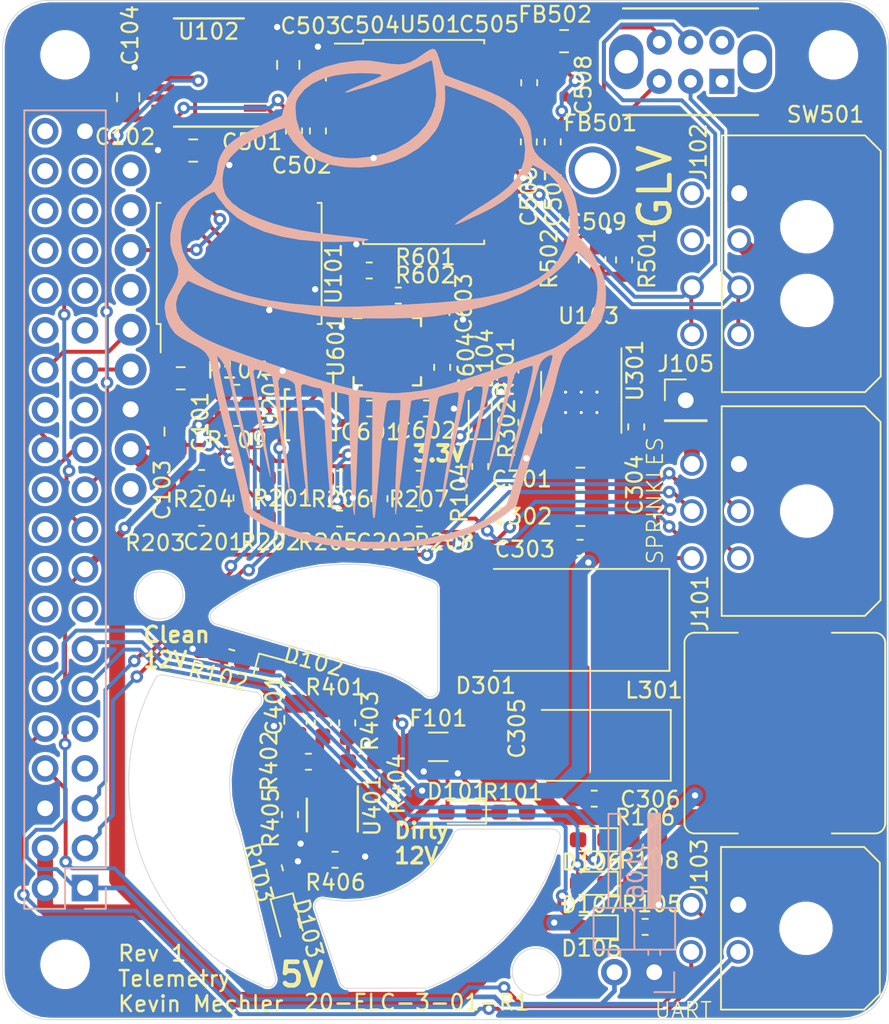
<source format=kicad_pcb>
(kicad_pcb (version 20171130) (host pcbnew "(5.1.4)-1")
  (layers (0 F.Cu signal) (31 B.Cu signal) (34 B.Paste user) (35 F.Paste user) (36 B.SilkS user hide) (37 F.SilkS user) (38 B.Mask user) (39 F.Mask user) (44 Edge.Cuts user))
  (net 0 "")
  (net 1 +3V3)
  (net 2 GND)
  (net 3 +BATT)
  (net 4 +5V)
  (net 5 "Net-(C201-Pad2)")
  (net 6 "Net-(C202-Pad2)")
  (net 7 "Net-(C505-Pad1)")
  (net 8 "Net-(C505-Pad2)")
  (net 9 "Net-(C506-Pad1)")
  (net 10 "Net-(C506-Pad2)")
  (net 11 "Net-(C509-Pad1)")
  (net 12 "Net-(C602-Pad1)")
  (net 13 "Net-(C603-Pad1)")
  (net 14 "Net-(D101-Pad1)")
  (net 15 "Net-(D102-Pad1)")
  (net 16 "Net-(D103-Pad1)")
  (net 17 "Net-(D104-Pad1)")
  (net 18 "Net-(D105-Pad2)")
  (net 19 "Net-(D105-Pad1)")
  (net 20 "Net-(D106-Pad1)")
  (net 21 "Net-(D106-Pad2)")
  (net 22 "Net-(D107-Pad2)")
  (net 23 "Net-(D107-Pad1)")
  (net 24 "Net-(C304-Pad1)")
  (net 25 /Radio_TX)
  (net 26 /Radio_RX)
  (net 27 /3.3v_SDA)
  (net 28 "Net-(J104-Pad15)")
  (net 29 "Net-(J104-Pad16)")
  (net 30 /3.3v_SCL)
  (net 31 "Net-(J104-Pad23)")
  (net 32 "Net-(J104-Pad24)")
  (net 33 /GPS_RX)
  (net 34 /GPS_TX)
  (net 35 "Net-(J104-Pad14)")
  (net 36 "Net-(J104-Pad9)")
  (net 37 "Net-(J104-Pad19)")
  (net 38 "Net-(J104-Pad20)")
  (net 39 "Net-(J104-Pad38)")
  (net 40 "Net-(J104-Pad33)")
  (net 41 "Net-(J104-Pad34)")
  (net 42 "Net-(J104-Pad35)")
  (net 43 "Net-(J104-Pad36)")
  (net 44 "Net-(J104-Pad18)")
  (net 45 "Net-(J104-Pad31)")
  (net 46 "Net-(J104-Pad32)")
  (net 47 "Net-(J104-Pad7)")
  (net 48 "Net-(J104-Pad29)")
  (net 49 "Net-(J104-Pad30)")
  (net 50 "Net-(J104-Pad21)")
  (net 51 "Net-(J104-Pad25)")
  (net 52 "Net-(J104-Pad26)")
  (net 53 "Net-(J104-Pad40)")
  (net 54 /SCLP)
  (net 55 /SCLM)
  (net 56 /SDAP)
  (net 57 /SDAM)
  (net 58 /HeProtec/UVLO)
  (net 59 /HeProtec/OVLO)
  (net 60 /HeProtec/CLMODE)
  (net 61 /HeProtec/SETI)
  (net 62 "Net-(R501-Pad1)")
  (net 63 "Net-(R502-Pad1)")
  (net 64 "Net-(SW501-Pad1)")
  (net 65 /CAN_High)
  (net 66 "Net-(SW501-Pad4)")
  (net 67 /CAN_Low)
  (net 68 "Net-(U101-Pad1)")
  (net 69 "Net-(U101-Pad3)")
  (net 70 "Net-(U101-Pad4)")
  (net 71 /isolated_can_tranceiver/can_tx)
  (net 72 /isolated_can_tranceiver/can_rx)
  (net 73 "Net-(U102-Pad3)")
  (net 74 "Net-(U102-Pad4)")
  (net 75 "Net-(U102-Pad5)")
  (net 76 "Net-(U102-Pad6)")
  (net 77 "Net-(U102-Pad7)")
  (net 78 "Net-(U102-Pad8)")
  (net 79 "Net-(U102-Pad9)")
  (net 80 "Net-(U102-Pad11)")
  (net 81 "Net-(U102-Pad12)")
  (net 82 "Net-(U102-Pad13)")
  (net 83 "Net-(U102-Pad15)")
  (net 84 "Net-(U102-Pad19)")
  (net 85 "Net-(U103-Pad9)")
  (net 86 "Net-(U103-Pad4)")
  (net 87 "Net-(U103-Pad2)")
  (net 88 "Net-(U103-Pad1)")
  (net 89 "Net-(U201-Pad3)")
  (net 90 "Net-(C304-Pad2)")
  (net 91 "Net-(U301-Pad2)")
  (net 92 "Net-(U301-Pad3)")
  (net 93 "Net-(U301-Pad5)")
  (net 94 "Net-(U401-Pad5)")
  (net 95 "Net-(U401-Pad9)")
  (net 96 "Net-(U401-Pad10)")
  (net 97 "Net-(U501-Pad11)")
  (net 98 "Net-(U501-Pad17)")
  (net 99 "Net-(U601-Pad6)")
  (net 100 "Net-(U601-Pad12)")
  (net 101 "Net-(R301-Pad2)")
  (net 102 "Net-(J104-Pad37)")
  (net 103 "Net-(J104-Pad22)")
  (net 104 "Net-(U601-Pad7)")
  (net 105 "Net-(J102-Pad5)")
  (net 106 "Net-(J102-Pad6)")
  (net 107 /HeProtec/12V_IN)
  (net 108 /HeProtec/12V_OUT)
  (net 109 /12V_harness)
  (module "LHRE Footprint Library:Telemetry_Cupcake" (layer B.Cu) (at 235.42752 54.5592 180)
    (fp_text reference G*** hide)
    (fp_text value LOGO hide)
  )
  (module "LHRE Footprint Library:Adafruit_Ultimate_GPS_V3" (layer F.Cu) (at 217.125 56 270)
    (fp_text reference U103 (at -0.882 -31.2362) (layer F.SilkS))
    (fp_text value Adafruit_Ultimate_GPS_V3)
    (pad 1 thru_hole circle (at -10.16 -2.032 270) (size 2.032 2.032) (drill 1.016) (layers *.Cu *.Mask) (net 88 "Net-(U103-Pad1)"))
    (pad 2 thru_hole circle (at -7.62 -2.032 270) (size 2.032 2.032) (drill 1.016) (layers *.Cu *.Mask) (net 87 "Net-(U103-Pad2)"))
    (pad 3 thru_hole circle (at -5.08 -2.032 270) (size 2.032 2.032) (drill 1.016) (layers *.Cu *.Mask) (net 3 +BATT))
    (pad 4 thru_hole circle (at -2.54 -2.032 270) (size 2.032 2.032) (drill 1.016) (layers *.Cu *.Mask) (net 86 "Net-(U103-Pad4)"))
    (pad 5 thru_hole circle (at 0 -2.032 270) (size 2.032 2.032) (drill 1.016) (layers *.Cu *.Mask) (net 34 /GPS_TX))
    (pad 6 thru_hole circle (at 2.54 -2.032) (size 2.032 2.032) (drill 1.016) (layers *.Cu *.Mask) (net 33 /GPS_RX))
    (pad 7 thru_hole circle (at 5.08 -2.032 270) (size 2.032 2.032) (drill 1.016) (layers *.Cu *.Mask) (net 2 GND))
    (pad 8 thru_hole circle (at 7.62 -2.032 270) (size 2.032 2.032) (drill 1.016) (layers *.Cu *.Mask) (net 4 +5V))
    (pad "" np_thru_hole circle (at -10.16 -31.496 270) (size 3.048 3.048) (drill 2.286) (layers *.Cu *.Mask))
    (pad 9 thru_hole circle (at 10.16 -2.032 270) (size 2.032 2.032) (drill 1.016) (layers *.Cu *.Mask) (net 85 "Net-(U103-Pad9)"))
  )
  (module "LHRE Footprint Library:Raspberry_Pi_4B_Socketed_THT_FaceDown_MountingHoles" (layer B.Cu) (at 211.474 100.032)
    (fp_text reference J104 hide)
    (fp_text value Raspberry_Pi_4b)
    (pad "" np_thru_hole circle (at 3.5 -61.56 270) (size 2.75 2.75) (drill 2.75) (layers *.Cu *.Mask))
    (pad "" np_thru_hole circle (at 52.5 -61.56 270) (size 2.75 2.75) (drill 2.75) (layers *.Cu *.Mask))
    (pad "" np_thru_hole circle (at 3.5 -3.56 270) (size 2.75 2.75) (drill 2.75) (layers *.Cu *.Mask))
    (pad 40 thru_hole oval (at 2.23 -56.69) (size 1.7 1.7) (drill 1) (layers *.Cu *.Mask) (net 53 "Net-(J104-Pad40)"))
    (pad 39 thru_hole oval (at 4.77 -56.69) (size 1.7 1.7) (drill 1) (layers *.Cu *.Mask) (net 2 GND))
    (pad 26 thru_hole oval (at 2.23 -38.91) (size 1.7 1.7) (drill 1) (layers *.Cu *.Mask) (net 52 "Net-(J104-Pad26)"))
    (pad 25 thru_hole oval (at 4.77 -38.91) (size 1.7 1.7) (drill 1) (layers *.Cu *.Mask) (net 51 "Net-(J104-Pad25)"))
    (pad 22 thru_hole oval (at 2.23 -33.83) (size 1.7 1.7) (drill 1) (layers *.Cu *.Mask) (net 103 "Net-(J104-Pad22)"))
    (pad 21 thru_hole oval (at 4.77 -33.83) (size 1.7 1.7) (drill 1) (layers *.Cu *.Mask) (net 50 "Net-(J104-Pad21)"))
    (pad 30 thru_hole oval (at 2.23 -43.99) (size 1.7 1.7) (drill 1) (layers *.Cu *.Mask) (net 49 "Net-(J104-Pad30)"))
    (pad 29 thru_hole oval (at 4.77 -43.99) (size 1.7 1.7) (drill 1) (layers *.Cu *.Mask) (net 48 "Net-(J104-Pad29)"))
    (pad 8 thru_hole oval (at 2.23 -16.05) (size 1.7 1.7) (drill 1) (layers *.Cu *.Mask) (net 26 /Radio_RX))
    (pad 7 thru_hole oval (at 4.77 -16.05) (size 1.7 1.7) (drill 1) (layers *.Cu *.Mask) (net 47 "Net-(J104-Pad7)"))
    (pad 32 thru_hole oval (at 2.23 -46.53) (size 1.7 1.7) (drill 1) (layers *.Cu *.Mask) (net 46 "Net-(J104-Pad32)"))
    (pad 31 thru_hole oval (at 4.77 -46.53) (size 1.7 1.7) (drill 1) (layers *.Cu *.Mask) (net 45 "Net-(J104-Pad31)"))
    (pad 18 thru_hole oval (at 2.23 -28.75) (size 1.7 1.7) (drill 1) (layers *.Cu *.Mask) (net 44 "Net-(J104-Pad18)"))
    (pad 17 thru_hole oval (at 4.77 -28.75) (size 1.7 1.7) (drill 1) (layers *.Cu *.Mask) (net 1 +3V3))
    (pad 36 thru_hole oval (at 2.23 -51.61) (size 1.7 1.7) (drill 1) (layers *.Cu *.Mask) (net 43 "Net-(J104-Pad36)"))
    (pad 35 thru_hole oval (at 4.77 -51.61) (size 1.7 1.7) (drill 1) (layers *.Cu *.Mask) (net 42 "Net-(J104-Pad35)"))
    (pad 34 thru_hole oval (at 2.23 -49.07) (size 1.7 1.7) (drill 1) (layers *.Cu *.Mask) (net 41 "Net-(J104-Pad34)"))
    (pad 33 thru_hole oval (at 4.77 -49.07) (size 1.7 1.7) (drill 1) (layers *.Cu *.Mask) (net 40 "Net-(J104-Pad33)"))
    (pad 38 thru_hole oval (at 2.23 -54.15) (size 1.7 1.7) (drill 1) (layers *.Cu *.Mask) (net 39 "Net-(J104-Pad38)"))
    (pad 37 thru_hole oval (at 4.77 -54.15) (size 1.7 1.7) (drill 1) (layers *.Cu *.Mask) (net 102 "Net-(J104-Pad37)"))
    (pad 20 thru_hole oval (at 2.23 -31.29) (size 1.7 1.7) (drill 1) (layers *.Cu *.Mask) (net 38 "Net-(J104-Pad20)"))
    (pad 19 thru_hole oval (at 4.77 -31.29) (size 1.7 1.7) (drill 1) (layers *.Cu *.Mask) (net 37 "Net-(J104-Pad19)"))
    (pad 10 thru_hole oval (at 2.23 -18.59) (size 1.7 1.7) (drill 1) (layers *.Cu *.Mask) (net 25 /Radio_TX))
    (pad 9 thru_hole oval (at 4.77 -18.59) (size 1.7 1.7) (drill 1) (layers *.Cu *.Mask) (net 36 "Net-(J104-Pad9)"))
    (pad 14 thru_hole oval (at 2.23 -23.67) (size 1.7 1.7) (drill 1) (layers *.Cu *.Mask) (net 35 "Net-(J104-Pad14)"))
    (pad 13 thru_hole oval (at 4.77 -23.67) (size 1.7 1.7) (drill 1) (layers *.Cu *.Mask) (net 22 "Net-(D107-Pad2)"))
    (pad 28 thru_hole oval (at 2.23 -41.45) (size 1.7 1.7) (drill 1) (layers *.Cu *.Mask) (net 34 /GPS_TX))
    (pad 27 thru_hole oval (at 4.77 -41.45) (size 1.7 1.7) (drill 1) (layers *.Cu *.Mask) (net 33 /GPS_RX))
    (pad 12 thru_hole oval (at 2.23 -21.13) (size 1.7 1.7) (drill 1) (layers *.Cu *.Mask) (net 21 "Net-(D106-Pad2)"))
    (pad 11 thru_hole oval (at 4.77 -21.13) (size 1.7 1.7) (drill 1) (layers *.Cu *.Mask) (net 18 "Net-(D105-Pad2)"))
    (pad 24 thru_hole oval (at 2.23 -36.37) (size 1.7 1.7) (drill 1) (layers *.Cu *.Mask) (net 32 "Net-(J104-Pad24)"))
    (pad 23 thru_hole oval (at 4.77 -36.37) (size 1.7 1.7) (drill 1) (layers *.Cu *.Mask) (net 31 "Net-(J104-Pad23)"))
    (pad 1 thru_hole rect (at 4.77 -8.43) (size 1.7 1.7) (drill 1) (layers *.Cu *.Mask) (net 1 +3V3))
    (pad 2 thru_hole oval (at 2.23 -8.43) (size 1.7 1.7) (drill 1) (layers *.Cu *.Mask) (net 4 +5V))
    (pad 5 thru_hole oval (at 4.77 -13.51) (size 1.7 1.7) (drill 1) (layers *.Cu *.Mask) (net 30 /3.3v_SCL))
    (pad 4 thru_hole oval (at 2.23 -10.97) (size 1.7 1.7) (drill 1) (layers *.Cu *.Mask) (net 4 +5V))
    (pad 16 thru_hole oval (at 2.23 -26.21) (size 1.7 1.7) (drill 1) (layers *.Cu *.Mask) (net 29 "Net-(J104-Pad16)"))
    (pad 15 thru_hole oval (at 4.77 -26.21) (size 1.7 1.7) (drill 1) (layers *.Cu *.Mask) (net 28 "Net-(J104-Pad15)"))
    (pad 3 thru_hole oval (at 4.77 -10.97) (size 1.7 1.7) (drill 1) (layers *.Cu *.Mask) (net 27 /3.3v_SDA))
    (pad 6 thru_hole oval (at 2.23 -13.51) (size 1.7 1.7) (drill 1) (layers *.Cu *.Mask) (net 2 GND))
  )
  (module Capacitor_SMD:C_0603_1608Metric_Pad1.05x0.95mm_HandSolder (layer F.Cu) (at 234.4 61.025)
    (fp_text reference C601 (at 0.075 1.5) (layer F.SilkS))
    (fp_text value 0.01uF)
    (pad 2 smd roundrect (at 0.875 0) (size 1.05 0.95) (layers F.Cu F.Paste F.Mask) (net 1 +3V3))
    (pad 1 smd roundrect (at -0.875 0) (size 1.05 0.95) (layers F.Cu F.Paste F.Mask) (net 2 GND))
  )
  (module Capacitor_SMD:C_0603_1608Metric_Pad1.05x0.95mm_HandSolder (layer F.Cu) (at 238.025 61.025)
    (fp_text reference C602 (at -0.025 1.4 180) (layer F.SilkS))
    (fp_text value 0.1uF)
    (pad 2 smd roundrect (at 0.875 0) (size 1.05 0.95) (layers F.Cu F.Paste F.Mask) (net 2 GND))
    (pad 1 smd roundrect (at -0.875 0) (size 1.05 0.95) (layers F.Cu F.Paste F.Mask) (net 12 "Net-(C602-Pad1)"))
  )
  (module Capacitor_SMD:C_0603_1608Metric_Pad1.05x0.95mm_HandSolder (layer F.Cu) (at 238.975 54.9 270)
    (fp_text reference C603 (at -0.575 -1.425 270) (layer F.SilkS))
    (fp_text value 2.2nF)
    (pad 1 smd roundrect (at -0.875 0 270) (size 1.05 0.95) (layers F.Cu F.Paste F.Mask) (net 13 "Net-(C603-Pad1)"))
    (pad 2 smd roundrect (at 0.875 0 270) (size 1.05 0.95) (layers F.Cu F.Paste F.Mask) (net 2 GND))
  )
  (module Resistor_SMD:R_0603_1608Metric_Pad1.05x0.95mm_HandSolder (layer F.Cu) (at 234.375 52.225 180)
    (fp_text reference R601 (at -3.575 0.85) (layer F.SilkS))
    (fp_text value 10k)
    (pad 2 smd roundrect (at 0.875 0 180) (size 1.05 0.95) (layers F.Cu F.Paste F.Mask) (net 27 /3.3v_SDA))
    (pad 1 smd roundrect (at -0.875 0 180) (size 1.05 0.95) (layers F.Cu F.Paste F.Mask) (net 1 +3V3))
  )
  (module Resistor_SMD:R_0603_1608Metric_Pad1.05x0.95mm_HandSolder (layer F.Cu) (at 236.225 53.825 180)
    (fp_text reference R602 (at -1.725 1.3) (layer F.SilkS))
    (fp_text value 10k)
    (pad 2 smd roundrect (at 0.875 0 180) (size 1.05 0.95) (layers F.Cu F.Paste F.Mask) (net 30 /3.3v_SCL))
    (pad 1 smd roundrect (at -0.875 0 180) (size 1.05 0.95) (layers F.Cu F.Paste F.Mask) (net 1 +3V3))
  )
  (module Sensor_Motion:InvenSense_QFN-24_4x4mm_P0.5mm (layer F.Cu) (at 235.525 57.4)
    (fp_text reference U601 (at -3.275 -0.325 90) (layer F.SilkS))
    (fp_text value MPU-6050)
    (pad 1 smd roundrect (at -1.95 -1.25) (size 0.85 0.3) (layers F.Cu F.Paste F.Mask) (net 2 GND))
    (pad 2 smd roundrect (at -1.95 -0.75) (size 0.85 0.3) (layers F.Cu F.Paste F.Mask))
    (pad 3 smd roundrect (at -1.95 -0.25) (size 0.85 0.3) (layers F.Cu F.Paste F.Mask))
    (pad 4 smd roundrect (at -1.95 0.25) (size 0.85 0.3) (layers F.Cu F.Paste F.Mask))
    (pad 5 smd roundrect (at -1.95 0.75) (size 0.85 0.3) (layers F.Cu F.Paste F.Mask))
    (pad 6 smd roundrect (at -1.95 1.25) (size 0.85 0.3) (layers F.Cu F.Paste F.Mask) (net 99 "Net-(U601-Pad6)"))
    (pad 7 smd roundrect (at -1.25 1.95 90) (size 0.85 0.3) (layers F.Cu F.Paste F.Mask) (net 104 "Net-(U601-Pad7)"))
    (pad 8 smd roundrect (at -0.75 1.95 90) (size 0.85 0.3) (layers F.Cu F.Paste F.Mask) (net 1 +3V3))
    (pad 9 smd roundrect (at -0.25 1.95 90) (size 0.85 0.3) (layers F.Cu F.Paste F.Mask) (net 1 +3V3))
    (pad 10 smd roundrect (at 0.25 1.95 90) (size 0.85 0.3) (layers F.Cu F.Paste F.Mask) (net 12 "Net-(C602-Pad1)"))
    (pad 11 smd roundrect (at 0.75 1.95 90) (size 0.85 0.3) (layers F.Cu F.Paste F.Mask) (net 2 GND))
    (pad 12 smd roundrect (at 1.25 1.95 90) (size 0.85 0.3) (layers F.Cu F.Paste F.Mask) (net 100 "Net-(U601-Pad12)"))
    (pad 13 smd roundrect (at 1.95 1.25) (size 0.85 0.3) (layers F.Cu F.Paste F.Mask) (net 1 +3V3))
    (pad 14 smd roundrect (at 1.95 0.75) (size 0.85 0.3) (layers F.Cu F.Paste F.Mask))
    (pad 15 smd roundrect (at 1.95 0.25) (size 0.85 0.3) (layers F.Cu F.Paste F.Mask))
    (pad 16 smd roundrect (at 1.95 -0.25) (size 0.85 0.3) (layers F.Cu F.Paste F.Mask))
    (pad 17 smd roundrect (at 1.95 -0.75) (size 0.85 0.3) (layers F.Cu F.Paste F.Mask))
    (pad 18 smd roundrect (at 1.95 -1.25) (size 0.85 0.3) (layers F.Cu F.Paste F.Mask) (net 2 GND))
    (pad 19 smd roundrect (at 1.25 -1.95 90) (size 0.85 0.3) (layers F.Cu F.Paste F.Mask))
    (pad 20 smd roundrect (at 0.75 -1.95 90) (size 0.85 0.3) (layers F.Cu F.Paste F.Mask) (net 13 "Net-(C603-Pad1)"))
    (pad 21 smd roundrect (at 0.25 -1.95 90) (size 0.85 0.3) (layers F.Cu F.Paste F.Mask))
    (pad 22 smd roundrect (at -0.25 -1.95 90) (size 0.85 0.3) (layers F.Cu F.Paste F.Mask))
    (pad 23 smd roundrect (at -0.75 -1.95 90) (size 0.85 0.3) (layers F.Cu F.Paste F.Mask) (net 30 /3.3v_SCL))
    (pad 24 smd roundrect (at -1.25 -1.95 90) (size 0.85 0.3) (layers F.Cu F.Paste F.Mask) (net 27 /3.3v_SDA))
  )
  (module Capacitor_SMD:C_0603_1608Metric_Pad1.05x0.95mm_HandSolder (layer F.Cu) (at 248.925 51.55 90)
    (fp_text reference C509 (at 2.4264 -0.0558) (layer F.SilkS))
    (fp_text value 4.7nF)
    (pad 2 smd roundrect (at 0.875 0 90) (size 1.05 0.95) (layers F.Cu F.Paste F.Mask) (net 2 GND))
    (pad 1 smd roundrect (at -0.875 0 90) (size 1.05 0.95) (layers F.Cu F.Paste F.Mask) (net 11 "Net-(C509-Pad1)"))
  )
  (module "LHRE Footprint Library:OS202011MS2QN1_DPDT_Vertical" (layer F.Cu) (at 254.8636 38.9128 180)
    (fp_text reference SW501 (at -8.6068 -3.3664) (layer F.SilkS))
    (fp_text value SW_DPDT)
    (pad 6 thru_hole circle (at 2 1.25 180) (size 1.6 1.6) (drill 0.8) (layers *.Cu *.Mask) (net 63 "Net-(R502-Pad1)"))
    (pad 5 thru_hole circle (at 0 1.25 180) (size 1.6 1.6) (drill 0.8) (layers *.Cu *.Mask) (net 67 /CAN_Low))
    (pad 4 thru_hole circle (at -2 1.25 180) (size 1.6 1.6) (drill 0.8) (layers *.Cu *.Mask) (net 66 "Net-(SW501-Pad4)"))
    (pad 3 thru_hole circle (at 2 -1.25 180) (size 1.6 1.6) (drill 0.8) (layers *.Cu *.Mask) (net 62 "Net-(R501-Pad1)"))
    (pad 2 thru_hole circle (at 0 -1.25 180) (size 1.6 1.6) (drill 0.8) (layers *.Cu *.Mask) (net 65 /CAN_High))
    (pad 1 thru_hole rect (at -2 -1.25 180) (size 1.6 1.6) (drill 0.8) (layers *.Cu *.Mask) (net 64 "Net-(SW501-Pad1)"))
    (pad "" thru_hole oval (at 4.1 0 180) (size 2.2 3.5) (drill 1.5) (layers *.Cu *.Mask))
    (pad "" thru_hole oval (at -4.1 0 180) (size 2.2 3.5) (drill 1.5) (layers *.Cu *.Mask))
  )
  (module Resistor_SMD:R_0603_1608Metric_Pad1.05x0.95mm_HandSolder (layer F.Cu) (at 247.225 51.55 270)
    (fp_text reference R502 (at -0.075 1.375 90) (layer F.SilkS))
    (fp_text value 60)
    (pad 2 smd roundrect (at 0.875 0 270) (size 1.05 0.95) (layers F.Cu F.Paste F.Mask) (net 11 "Net-(C509-Pad1)"))
    (pad 1 smd roundrect (at -0.875 0 270) (size 1.05 0.95) (layers F.Cu F.Paste F.Mask) (net 63 "Net-(R502-Pad1)"))
  )
  (module Resistor_SMD:R_0603_1608Metric_Pad1.05x0.95mm_HandSolder (layer F.Cu) (at 250.625 51.55 270)
    (fp_text reference R501 (at -0.075 -1.475 270) (layer F.SilkS))
    (fp_text value 60)
    (pad 1 smd roundrect (at -0.875 0 270) (size 1.05 0.95) (layers F.Cu F.Paste F.Mask) (net 62 "Net-(R501-Pad1)"))
    (pad 2 smd roundrect (at 0.875 0 270) (size 1.05 0.95) (layers F.Cu F.Paste F.Mask) (net 11 "Net-(C509-Pad1)"))
  )
  (module Capacitor_SMD:C_0805_2012Metric_Pad1.15x1.40mm_HandSolder (layer F.Cu) (at 247.845 65.508 180)
    (fp_text reference C301 (at 3.751 -0.024) (layer F.SilkS))
    (fp_text value 4.7uF)
    (pad 2 smd roundrect (at 1.025 0 180) (size 1.15 1.4) (layers F.Cu F.Paste F.Mask) (roundrect_rratio 0.217391) (net 2 GND))
    (pad 1 smd roundrect (at -1.025 0 180) (size 1.15 1.4) (layers F.Cu F.Paste F.Mask) (roundrect_rratio 0.217391) (net 108 /HeProtec/12V_OUT))
  )
  (module Capacitor_SMD:C_0805_2012Metric_Pad1.15x1.40mm_HandSolder (layer F.Cu) (at 247.845 67.808 180)
    (fp_text reference C302 (at 3.725 -0.1) (layer F.SilkS))
    (fp_text value 4.7uF)
    (pad 1 smd roundrect (at -1.025 0 180) (size 1.15 1.4) (layers F.Cu F.Paste F.Mask) (roundrect_rratio 0.217391) (net 108 /HeProtec/12V_OUT))
    (pad 2 smd roundrect (at 1.025 0 180) (size 1.15 1.4) (layers F.Cu F.Paste F.Mask) (roundrect_rratio 0.217391) (net 2 GND))
  )
  (module Capacitor_SMD:C_0603_1608Metric_Pad1.05x0.95mm_HandSolder (layer F.Cu) (at 251.4 62.2 90)
    (fp_text reference C304 (at -3.7 -0.1 90) (layer F.SilkS))
    (fp_text value 0.01uF)
    (pad 1 smd roundrect (at -0.875 0 90) (size 1.05 0.95) (layers F.Cu F.Paste F.Mask) (net 24 "Net-(C304-Pad1)"))
    (pad 2 smd roundrect (at 0.875 0 90) (size 1.05 0.95) (layers F.Cu F.Paste F.Mask) (net 90 "Net-(C304-Pad2)"))
  )
  (module Capacitor_SMD:C_0603_1608Metric_Pad1.05x0.95mm_HandSolder (layer F.Cu) (at 248.72 85.908 180)
    (fp_text reference C306 (at -3.58 -0.042 180) (layer F.SilkS))
    (fp_text value 0.01uF)
    (pad 1 smd roundrect (at -0.875 0 180) (size 1.05 0.95) (layers F.Cu F.Paste F.Mask) (net 4 +5V))
    (pad 2 smd roundrect (at 0.875 0 180) (size 1.05 0.95) (layers F.Cu F.Paste F.Mask) (net 2 GND))
  )
  (module Capacitor_SMD:C_0603_1608Metric_Pad1.05x0.95mm_HandSolder (layer F.Cu) (at 247.82 69.908 180)
    (fp_text reference C303 (at 3.5228 -0.0944) (layer F.SilkS))
    (fp_text value 0.01uF)
    (pad 2 smd roundrect (at 0.875 0 180) (size 1.05 0.95) (layers F.Cu F.Paste F.Mask) (net 2 GND))
    (pad 1 smd roundrect (at -0.875 0 180) (size 1.05 0.95) (layers F.Cu F.Paste F.Mask) (net 108 /HeProtec/12V_OUT))
  )
  (module Resistor_SMD:R_0603_1608Metric_Pad1.05x0.95mm_HandSolder (layer F.Cu) (at 244.4 58.575 270)
    (fp_text reference R301 (at -0.175 1.325 270) (layer F.SilkS))
    (fp_text value 10k)
    (pad 1 smd roundrect (at -0.875 0 270) (size 1.05 0.95) (layers F.Cu F.Paste F.Mask) (net 4 +5V))
    (pad 2 smd roundrect (at 0.875 0 270) (size 1.05 0.95) (layers F.Cu F.Paste F.Mask) (net 101 "Net-(R301-Pad2)"))
  )
  (module Resistor_SMD:R_0603_1608Metric_Pad1.05x0.95mm_HandSolder (layer F.Cu) (at 244.4 61.925 270)
    (fp_text reference R302 (at 0.375 1.25 90) (layer F.SilkS))
    (fp_text value 3.16k)
    (pad 1 smd roundrect (at -0.875 0 270) (size 1.05 0.95) (layers F.Cu F.Paste F.Mask) (net 101 "Net-(R301-Pad2)"))
    (pad 2 smd roundrect (at 0.875 0 270) (size 1.05 0.95) (layers F.Cu F.Paste F.Mask) (net 2 GND))
  )
  (module Capacitor_Tantalum_SMD:CP_EIA-7343-43_Kemet-X_Pad2.25x2.55mm_HandSolder (layer F.Cu) (at 249.02 82.508 180)
    (fp_text reference C305 (at 5.2308 1.0756 270) (layer F.SilkS))
    (fp_text value 330uF)
    (pad 1 smd roundrect (at -3.2 0 180) (size 2.25 2.55) (layers F.Cu F.Paste F.Mask) (roundrect_rratio 0.111111) (net 4 +5V))
    (pad 2 smd roundrect (at 3.2 0 180) (size 2.25 2.55) (layers F.Cu F.Paste F.Mask) (roundrect_rratio 0.111111) (net 2 GND))
  )
  (module Inductor_SMD:L_Bourns_SRR1260 (layer F.Cu) (at 260.875 81.725 270)
    (fp_text reference L301 (at -2.731 8.3482 180) (layer F.SilkS))
    (fp_text value 15uH)
    (pad 2 smd rect (at 4.85 0 270) (size 2.9 5.4) (layers F.Cu F.Paste F.Mask) (net 4 +5V))
    (pad 1 smd rect (at -4.85 0 270) (size 2.9 5.4) (layers F.Cu F.Paste F.Mask) (net 24 "Net-(C304-Pad1)"))
  )
  (module Diode_SMD:D_SMC_Handsoldering (layer F.Cu) (at 246.72 74.508 180)
    (fp_text reference D301 (at 4.92 -4.192 180) (layer F.SilkS))
    (fp_text value "40v 5A Schottky")
    (pad 2 smd rect (at 4.4 0 270) (size 3.3 4.5) (layers F.Cu F.Paste F.Mask) (net 2 GND))
    (pad 1 smd rect (at -4.4 0 270) (size 3.3 4.5) (layers F.Cu F.Paste F.Mask) (net 24 "Net-(C304-Pad1)"))
  )
  (module Package_SO:SOIC-8-1EP_3.9x4.9mm_P1.27mm_EP2.29x3mm_ThermalVias (layer F.Cu) (at 247.894999 60.633001 270)
    (fp_text reference U301 (at -2.025001 -3.425001 90) (layer F.SilkS))
    (fp_text value TPS5450)
    (pad 9 smd roundrect (at 0 0 270) (size 2.29 3) (layers F.Cu F.Mask) (roundrect_rratio 0.10917) (net 2 GND))
    (pad 9 thru_hole circle (at -0.65 -1 270) (size 0.5 0.5) (drill 0.2) (layers *.Cu) (net 2 GND))
    (pad 9 thru_hole circle (at 0.65 -1 270) (size 0.5 0.5) (drill 0.2) (layers *.Cu) (net 2 GND))
    (pad 9 thru_hole circle (at -0.65 0 270) (size 0.5 0.5) (drill 0.2) (layers *.Cu) (net 2 GND))
    (pad 9 thru_hole circle (at 0.65 0 270) (size 0.5 0.5) (drill 0.2) (layers *.Cu) (net 2 GND))
    (pad 9 thru_hole circle (at -0.65 1 270) (size 0.5 0.5) (drill 0.2) (layers *.Cu) (net 2 GND))
    (pad 9 thru_hole circle (at 0.65 1 270) (size 0.5 0.5) (drill 0.2) (layers *.Cu) (net 2 GND))
    (pad 9 smd roundrect (at 0 0 270) (size 1.8 2.5) (layers B.Cu) (roundrect_rratio 0.138889) (net 2 GND))
    (pad 1 smd roundrect (at -2.475 -1.905 270) (size 1.95 0.6) (layers F.Cu F.Paste F.Mask) (net 90 "Net-(C304-Pad2)"))
    (pad 2 smd roundrect (at -2.475 -0.635 270) (size 1.95 0.6) (layers F.Cu F.Paste F.Mask) (net 91 "Net-(U301-Pad2)"))
    (pad 3 smd roundrect (at -2.475 0.635 270) (size 1.95 0.6) (layers F.Cu F.Paste F.Mask) (net 92 "Net-(U301-Pad3)"))
    (pad 4 smd roundrect (at -2.475 1.905 270) (size 1.95 0.6) (layers F.Cu F.Paste F.Mask) (net 101 "Net-(R301-Pad2)"))
    (pad 5 smd roundrect (at 2.475 1.905 270) (size 1.95 0.6) (layers F.Cu F.Paste F.Mask) (net 93 "Net-(U301-Pad5)"))
    (pad 6 smd roundrect (at 2.475 0.635 270) (size 1.95 0.6) (layers F.Cu F.Paste F.Mask) (net 2 GND))
    (pad 7 smd roundrect (at 2.475 -0.635 270) (size 1.95 0.6) (layers F.Cu F.Paste F.Mask) (net 108 /HeProtec/12V_OUT))
    (pad 8 smd roundrect (at 2.475 -1.905 270) (size 1.95 0.6) (layers F.Cu F.Paste F.Mask) (net 24 "Net-(C304-Pad1)"))
  )
  (module Capacitor_SMD:C_0805_2012Metric_Pad1.15x1.40mm_HandSolder (layer F.Cu) (at 222.35 59.1 180)
    (fp_text reference C101 (at -1.25 -2.8 270) (layer F.SilkS))
    (fp_text value 1uF)
    (pad 1 smd roundrect (at -1.025 0 180) (size 1.15 1.4) (layers F.Cu F.Paste F.Mask) (roundrect_rratio 0.217391) (net 1 +3V3))
    (pad 2 smd roundrect (at 1.025 0 180) (size 1.15 1.4) (layers F.Cu F.Paste F.Mask) (roundrect_rratio 0.217391) (net 2 GND))
  )
  (module Resistor_SMD:R_0603_1608Metric_Pad1.05x0.95mm_HandSolder (layer F.Cu) (at 225.925 60.025)
    (fp_text reference R107 (at 0 -1.43) (layer F.SilkS))
    (fp_text value 10k)
    (pad 2 smd roundrect (at 0.875 0) (size 1.05 0.95) (layers F.Cu F.Paste F.Mask) (net 27 /3.3v_SDA))
    (pad 1 smd roundrect (at -0.875 0) (size 1.05 0.95) (layers F.Cu F.Paste F.Mask) (net 1 +3V3))
  )
  (module Resistor_SMD:R_0603_1608Metric_Pad1.05x0.95mm_HandSolder (layer F.Cu) (at 225.925 61.625)
    (fp_text reference R109 (at 0 1.4) (layer F.SilkS))
    (fp_text value 10k)
    (pad 2 smd roundrect (at 0.875 0) (size 1.05 0.95) (layers F.Cu F.Paste F.Mask) (net 30 /3.3v_SCL))
    (pad 1 smd roundrect (at -0.875 0) (size 1.05 0.95) (layers F.Cu F.Paste F.Mask) (net 1 +3V3))
  )
  (module Capacitor_SMD:C_0805_2012Metric_Pad1.15x1.40mm_HandSolder (layer F.Cu) (at 223.15 44.575 180)
    (fp_text reference C102 (at 4.35 0.875) (layer F.SilkS))
    (fp_text value 1uF)
    (pad 1 smd roundrect (at -1.025 0 180) (size 1.15 1.4) (layers F.Cu F.Paste F.Mask) (roundrect_rratio 0.217391) (net 3 +BATT))
    (pad 2 smd roundrect (at 1.025 0 180) (size 1.15 1.4) (layers F.Cu F.Paste F.Mask) (roundrect_rratio 0.217391) (net 2 GND))
  )
  (module Package_SO:SOIC-16W_7.5x10.3mm_P1.27mm (layer F.Cu) (at 226.075 51.775 90)
    (fp_text reference U101 (at -0.65 6.025 90) (layer F.SilkS))
    (fp_text value DS3231M)
    (pad 1 smd roundrect (at -4.65 -4.445 90) (size 2.05 0.6) (layers F.Cu F.Paste F.Mask) (net 68 "Net-(U101-Pad1)"))
    (pad 2 smd roundrect (at -4.65 -3.175 90) (size 2.05 0.6) (layers F.Cu F.Paste F.Mask) (net 1 +3V3))
    (pad 3 smd roundrect (at -4.65 -1.905 90) (size 2.05 0.6) (layers F.Cu F.Paste F.Mask) (net 69 "Net-(U101-Pad3)"))
    (pad 4 smd roundrect (at -4.65 -0.635 90) (size 2.05 0.6) (layers F.Cu F.Paste F.Mask) (net 70 "Net-(U101-Pad4)"))
    (pad 5 smd roundrect (at -4.65 0.635 90) (size 2.05 0.6) (layers F.Cu F.Paste F.Mask) (net 2 GND))
    (pad 6 smd roundrect (at -4.65 1.905 90) (size 2.05 0.6) (layers F.Cu F.Paste F.Mask) (net 2 GND))
    (pad 7 smd roundrect (at -4.65 3.175 90) (size 2.05 0.6) (layers F.Cu F.Paste F.Mask) (net 2 GND))
    (pad 8 smd roundrect (at -4.65 4.445 90) (size 2.05 0.6) (layers F.Cu F.Paste F.Mask) (net 2 GND))
    (pad 9 smd roundrect (at 4.65 4.445 90) (size 2.05 0.6) (layers F.Cu F.Paste F.Mask) (net 2 GND))
    (pad 10 smd roundrect (at 4.65 3.175 90) (size 2.05 0.6) (layers F.Cu F.Paste F.Mask) (net 2 GND))
    (pad 11 smd roundrect (at 4.65 1.905 90) (size 2.05 0.6) (layers F.Cu F.Paste F.Mask) (net 2 GND))
    (pad 12 smd roundrect (at 4.65 0.635 90) (size 2.05 0.6) (layers F.Cu F.Paste F.Mask) (net 2 GND))
    (pad 13 smd roundrect (at 4.65 -0.635 90) (size 2.05 0.6) (layers F.Cu F.Paste F.Mask) (net 2 GND))
    (pad 14 smd roundrect (at 4.65 -1.905 90) (size 2.05 0.6) (layers F.Cu F.Paste F.Mask) (net 3 +BATT))
    (pad 15 smd roundrect (at 4.65 -3.175 90) (size 2.05 0.6) (layers F.Cu F.Paste F.Mask) (net 27 /3.3v_SDA))
    (pad 16 smd roundrect (at 4.65 -4.445 90) (size 2.05 0.6) (layers F.Cu F.Paste F.Mask) (net 30 /3.3v_SCL))
  )
  (module Connector_PinHeader_2.54mm:PinHeader_1x01_P2.54mm_Vertical (layer F.Cu) (at 254.5588 60.5028)
    (fp_text reference J105 (at 0 -2.33) (layer F.SilkS))
    (fp_text value Conn_01x01)
    (pad 1 thru_hole rect (at 0 0) (size 1.7 1.7) (drill 1) (layers *.Cu *.Mask) (net 2 GND))
  )
  (module Connector_Molex:Molex_Micro-Fit_3.0_43045-0600_2x03_P3.00mm_Horizontal (layer F.Cu) (at 257.95 64.5668 270)
    (fp_text reference J101 (at 8.89 2.4768 270) (layer F.SilkS))
    (fp_text value "SPRINKLES Harness")
    (pad "" np_thru_hole circle (at 3 -4.32 270) (size 3 3) (drill 3) (layers *.Cu *.Mask))
    (pad 1 thru_hole roundrect (at 0 0 270) (size 1.5 1.5) (drill 1.02) (layers *.Cu *.Mask) (roundrect_rratio 0.166667) (net 2 GND))
    (pad 2 thru_hole circle (at 3 0 270) (size 1.5 1.5) (drill 1.02) (layers *.Cu *.Mask) (net 55 /SCLM))
    (pad 3 thru_hole circle (at 6 0 270) (size 1.5 1.5) (drill 1.02) (layers *.Cu *.Mask) (net 57 /SDAM))
    (pad 4 thru_hole circle (at 0 3 270) (size 1.5 1.5) (drill 1.02) (layers *.Cu *.Mask) (net 4 +5V))
    (pad 5 thru_hole circle (at 3 3 270) (size 1.5 1.5) (drill 1.02) (layers *.Cu *.Mask) (net 54 /SCLP))
    (pad 6 thru_hole circle (at 6 3 270) (size 1.5 1.5) (drill 1.02) (layers *.Cu *.Mask) (net 56 /SDAP))
  )
  (module Capacitor_SMD:C_0805_2012Metric_Pad1.15x1.40mm_HandSolder (layer F.Cu) (at 222.025 62.5 90)
    (fp_text reference C103 (at -3.725 -0.85 90) (layer F.SilkS))
    (fp_text value 10uF)
    (pad 2 smd roundrect (at 1.025 0 90) (size 1.15 1.4) (layers F.Cu F.Paste F.Mask) (roundrect_rratio 0.217391) (net 2 GND))
    (pad 1 smd roundrect (at -1.025 0 90) (size 1.15 1.4) (layers F.Cu F.Paste F.Mask) (roundrect_rratio 0.217391) (net 4 +5V))
  )
  (module Capacitor_SMD:C_0603_1608Metric_Pad1.05x0.95mm_HandSolder (layer F.Cu) (at 226.225 66.725 270)
    (fp_text reference C201 (at 2.8202 1.7906 180) (layer F.SilkS))
    (fp_text value 22nF)
    (pad 1 smd roundrect (at -0.875 0 270) (size 1.05 0.95) (layers F.Cu F.Paste F.Mask) (net 2 GND))
    (pad 2 smd roundrect (at 0.875 0 270) (size 1.05 0.95) (layers F.Cu F.Paste F.Mask) (net 5 "Net-(C201-Pad2)"))
  )
  (module Capacitor_SMD:C_0603_1608Metric_Pad1.05x0.95mm_HandSolder (layer F.Cu) (at 235.025 66.775 90)
    (fp_text reference C202 (at -2.7702 0.433 180) (layer F.SilkS))
    (fp_text value 22nF)
    (pad 2 smd roundrect (at 0.875 0 90) (size 1.05 0.95) (layers F.Cu F.Paste F.Mask) (net 6 "Net-(C202-Pad2)"))
    (pad 1 smd roundrect (at -0.875 0 90) (size 1.05 0.95) (layers F.Cu F.Paste F.Mask) (net 2 GND))
  )
  (module Capacitor_SMD:C_0805_2012Metric_Pad1.15x1.40mm_HandSolder (layer F.Cu) (at 229.6692 80.8766 270)
    (fp_text reference C401 (at -0.9174 1.374 90) (layer F.SilkS))
    (fp_text value 1uF)
    (pad 1 smd roundrect (at -1.025 0 270) (size 1.15 1.4) (layers F.Cu F.Paste F.Mask) (roundrect_rratio 0.217391) (net 107 /HeProtec/12V_IN))
    (pad 2 smd roundrect (at 1.025 0 270) (size 1.15 1.4) (layers F.Cu F.Paste F.Mask) (roundrect_rratio 0.217391) (net 2 GND))
  )
  (module Capacitor_SMD:C_0603_1608Metric_Pad1.05x0.95mm_HandSolder (layer F.Cu) (at 229.575 43.325 270)
    (fp_text reference C501 (at 0.7 2.675) (layer F.SilkS))
    (fp_text value 0.1uF)
    (pad 1 smd roundrect (at -0.875 0 270) (size 1.05 0.95) (layers F.Cu F.Paste F.Mask) (net 1 +3V3))
    (pad 2 smd roundrect (at 0.875 0 270) (size 1.05 0.95) (layers F.Cu F.Paste F.Mask) (net 2 GND))
  )
  (module Capacitor_SMD:C_0603_1608Metric_Pad1.05x0.95mm_HandSolder (layer F.Cu) (at 231.1 43.325 270)
    (fp_text reference C502 (at 2.2 1.025) (layer F.SilkS))
    (fp_text value 0.01uF)
    (pad 2 smd roundrect (at 0.875 0 270) (size 1.05 0.95) (layers F.Cu F.Paste F.Mask) (net 2 GND))
    (pad 1 smd roundrect (at -0.875 0 270) (size 1.05 0.95) (layers F.Cu F.Paste F.Mask) (net 1 +3V3))
  )
  (module Capacitor_SMD:C_0805_2012Metric_Pad1.15x1.40mm_HandSolder (layer F.Cu) (at 229.2096 39.116 270)
    (fp_text reference C503 (at -2.4892 -1.4224) (layer F.SilkS))
    (fp_text value 10uF)
    (pad 1 smd roundrect (at -1.025 0 270) (size 1.15 1.4) (layers F.Cu F.Paste F.Mask) (roundrect_rratio 0.217391) (net 2 GND))
    (pad 2 smd roundrect (at 1.025 0 270) (size 1.15 1.4) (layers F.Cu F.Paste F.Mask) (roundrect_rratio 0.217391) (net 4 +5V))
  )
  (module Capacitor_SMD:C_0603_1608Metric_Pad1.05x0.95mm_HandSolder (layer F.Cu) (at 231.1 39.95 270)
    (fp_text reference C504 (at -3.374 -3.2912) (layer F.SilkS))
    (fp_text value 0.1uF)
    (pad 1 smd roundrect (at -0.875 0 270) (size 1.05 0.95) (layers F.Cu F.Paste F.Mask) (net 2 GND))
    (pad 2 smd roundrect (at 0.875 0 270) (size 1.05 0.95) (layers F.Cu F.Paste F.Mask) (net 4 +5V))
  )
  (module Capacitor_SMD:C_0603_1608Metric_Pad1.05x0.95mm_HandSolder (layer F.Cu) (at 244.575 40.25 90)
    (fp_text reference C505 (at 3.7248 -2.5638 180) (layer F.SilkS))
    (fp_text value 0.22uF)
    (pad 2 smd roundrect (at 0.875 0 90) (size 1.05 0.95) (layers F.Cu F.Paste F.Mask) (net 8 "Net-(C505-Pad2)"))
    (pad 1 smd roundrect (at -0.875 0 90) (size 1.05 0.95) (layers F.Cu F.Paste F.Mask) (net 7 "Net-(C505-Pad1)"))
  )
  (module Capacitor_SMD:C_0603_1608Metric_Pad1.05x0.95mm_HandSolder (layer F.Cu) (at 244.55 44.025 90)
    (fp_text reference C506 (at -3.475 0 90) (layer F.SilkS))
    (fp_text value 0.01uF)
    (pad 2 smd roundrect (at 0.875 0 90) (size 1.05 0.95) (layers F.Cu F.Paste F.Mask) (net 10 "Net-(C506-Pad2)"))
    (pad 1 smd roundrect (at -0.875 0 90) (size 1.05 0.95) (layers F.Cu F.Paste F.Mask) (net 9 "Net-(C506-Pad1)"))
  )
  (module Capacitor_SMD:C_0603_1608Metric_Pad1.05x0.95mm_HandSolder (layer F.Cu) (at 246.075 44.025 90)
    (fp_text reference C507 (at -3.5 0.05 90) (layer F.SilkS))
    (fp_text value 0.1uF)
    (pad 1 smd roundrect (at -0.875 0 90) (size 1.05 0.95) (layers F.Cu F.Paste F.Mask) (net 9 "Net-(C506-Pad1)"))
    (pad 2 smd roundrect (at 0.875 0 90) (size 1.05 0.95) (layers F.Cu F.Paste F.Mask) (net 10 "Net-(C506-Pad2)"))
  )
  (module Capacitor_SMD:C_0805_2012Metric_Pad1.15x1.40mm_HandSolder (layer F.Cu) (at 246.8 37.6 180)
    (fp_text reference C508 (at -1.225 -2.8 90) (layer F.SilkS))
    (fp_text value 10uF)
    (pad 2 smd roundrect (at 1.025 0 180) (size 1.15 1.4) (layers F.Cu F.Paste F.Mask) (roundrect_rratio 0.217391) (net 10 "Net-(C506-Pad2)"))
    (pad 1 smd roundrect (at -1.025 0 180) (size 1.15 1.4) (layers F.Cu F.Paste F.Mask) (roundrect_rratio 0.217391) (net 9 "Net-(C506-Pad1)"))
  )
  (module Capacitor_SMD:C_0603_1608Metric_Pad1.05x0.95mm_HandSolder (layer F.Cu) (at 239.025 58.4 270)
    (fp_text reference C604 (at -0.3 -1.525 90) (layer F.SilkS))
    (fp_text value 0.1uF)
    (pad 1 smd roundrect (at -0.875 0 270) (size 1.05 0.95) (layers F.Cu F.Paste F.Mask) (net 2 GND))
    (pad 2 smd roundrect (at 0.875 0 270) (size 1.05 0.95) (layers F.Cu F.Paste F.Mask) (net 1 +3V3))
  )
  (module LED_SMD:LED_0603_1608Metric_Pad1.05x0.95mm_HandSolder (layer F.Cu) (at 240.1694 86.7652 180)
    (fp_text reference D101 (at 0.1902 1.3196) (layer F.SilkS))
    (fp_text value LED)
    (pad 1 smd roundrect (at -0.875 0 180) (size 1.05 0.95) (layers F.Cu F.Paste F.Mask) (net 14 "Net-(D101-Pad1)"))
    (pad 2 smd roundrect (at 0.875 0 180) (size 1.05 0.95) (layers F.Cu F.Paste F.Mask) (net 107 /HeProtec/12V_IN))
  )
  (module LED_SMD:LED_0603_1608Metric_Pad1.05x0.95mm_HandSolder (layer F.Cu) (at 228.759544 77.792292 345)
    (fp_text reference D102 (at 1.82884 -1.154986 165) (layer F.SilkS))
    (fp_text value LED)
    (pad 1 smd roundrect (at -0.875 0 345) (size 1.05 0.95) (layers F.Cu F.Paste F.Mask) (net 15 "Net-(D102-Pad1)"))
    (pad 2 smd roundrect (at 0.875 0 345) (size 1.05 0.95) (layers F.Cu F.Paste F.Mask) (net 108 /HeProtec/12V_OUT))
  )
  (module LED_SMD:LED_0603_1608Metric_Pad1.05x0.95mm_HandSolder (layer F.Cu) (at 229.217293 93.734544 285)
    (fp_text reference D103 (at 0.750966 -1.100853 105) (layer F.SilkS))
    (fp_text value LED)
    (pad 2 smd roundrect (at 0.875 0 285) (size 1.05 0.95) (layers F.Cu F.Paste F.Mask) (net 4 +5V))
    (pad 1 smd roundrect (at -0.875 0 285) (size 1.05 0.95) (layers F.Cu F.Paste F.Mask) (net 16 "Net-(D103-Pad1)"))
  )
  (module LED_SMD:LED_0603_1608Metric_Pad1.05x0.95mm_HandSolder (layer F.Cu) (at 241.45 61.325 90)
    (fp_text reference D104 (at 3.475 0.3 90) (layer F.SilkS))
    (fp_text value LED)
    (pad 1 smd roundrect (at -0.875 0 90) (size 1.05 0.95) (layers F.Cu F.Paste F.Mask) (net 17 "Net-(D104-Pad1)"))
    (pad 2 smd roundrect (at 0.875 0 90) (size 1.05 0.95) (layers F.Cu F.Paste F.Mask) (net 1 +3V3))
  )
  (module LED_SMD:LED_0603_1608Metric_Pad1.05x0.95mm_HandSolder (layer F.Cu) (at 248.568 94.083 180)
    (fp_text reference D105 (at 0.025 -1.375) (layer F.SilkS))
    (fp_text value LED)
    (pad 2 smd roundrect (at 0.875 0 180) (size 1.05 0.95) (layers F.Cu F.Paste F.Mask) (net 18 "Net-(D105-Pad2)"))
    (pad 1 smd roundrect (at -0.875 0 180) (size 1.05 0.95) (layers F.Cu F.Paste F.Mask) (net 19 "Net-(D105-Pad1)"))
  )
  (module LED_SMD:LED_0603_1608Metric_Pad1.05x0.95mm_HandSolder (layer F.Cu) (at 248.568 88.525 180)
    (fp_text reference D106 (at 0 -1.43) (layer F.SilkS))
    (fp_text value LED)
    (pad 1 smd roundrect (at -0.875 0 180) (size 1.05 0.95) (layers F.Cu F.Paste F.Mask) (net 20 "Net-(D106-Pad1)"))
    (pad 2 smd roundrect (at 0.875 0 180) (size 1.05 0.95) (layers F.Cu F.Paste F.Mask) (net 21 "Net-(D106-Pad2)"))
  )
  (module LED_SMD:LED_0603_1608Metric_Pad1.05x0.95mm_HandSolder (layer F.Cu) (at 248.568 91.304 180)
    (fp_text reference D107 (at 0.025 -1.375) (layer F.SilkS))
    (fp_text value LED)
    (pad 2 smd roundrect (at 0.875 0 180) (size 1.05 0.95) (layers F.Cu F.Paste F.Mask) (net 22 "Net-(D107-Pad2)"))
    (pad 1 smd roundrect (at -0.875 0 180) (size 1.05 0.95) (layers F.Cu F.Paste F.Mask) (net 23 "Net-(D107-Pad1)"))
  )
  (module Resistor_SMD:R_0402_1005Metric (layer F.Cu) (at 246.315 39.375 180)
    (fp_text reference FB502 (at 0.09 3.475 180) (layer F.SilkS))
    (fp_text value BKH1005LM182-T)
    (pad 1 smd roundrect (at -0.485 0 180) (size 0.59 0.64) (layers F.Cu F.Paste F.Mask) (net 10 "Net-(C506-Pad2)"))
    (pad 2 smd roundrect (at 0.485 0 180) (size 0.59 0.64) (layers F.Cu F.Paste F.Mask) (net 8 "Net-(C505-Pad2)"))
  )
  (module Connector_Molex:Molex_Micro-Fit_3.0_43045-0400_2x02_P3.00mm_Horizontal (layer F.Cu) (at 257.905 92.675 270)
    (fp_text reference J103 (at -2.4034 2.4826 270) (layer F.SilkS))
    (fp_text value "Serial Radio")
    (pad "" np_thru_hole circle (at 1.5 -4.32 270) (size 3 3) (drill 3) (layers *.Cu *.Mask))
    (pad 1 thru_hole roundrect (at 0 0 270) (size 1.5 1.5) (drill 1.02) (layers *.Cu *.Mask) (roundrect_rratio 0.166667) (net 2 GND))
    (pad 2 thru_hole circle (at 3 0 270) (size 1.5 1.5) (drill 1.02) (layers *.Cu *.Mask) (net 1 +3V3))
    (pad 3 thru_hole circle (at 0 3 270) (size 1.5 1.5) (drill 1.02) (layers *.Cu *.Mask) (net 25 /Radio_TX))
    (pad 4 thru_hole circle (at 3 3 270) (size 1.5 1.5) (drill 1.02) (layers *.Cu *.Mask) (net 26 /Radio_RX))
  )
  (module Resistor_SMD:R_0603_1608Metric_Pad1.05x0.95mm_HandSolder (layer F.Cu) (at 228.765 65.455)
    (fp_text reference R201 (at 0.089 1.2962) (layer F.SilkS))
    (fp_text value 600)
    (pad 2 smd roundrect (at 0.875 0) (size 1.05 0.95) (layers F.Cu F.Paste F.Mask) (net 54 /SCLP))
    (pad 1 smd roundrect (at -0.875 0) (size 1.05 0.95) (layers F.Cu F.Paste F.Mask) (net 4 +5V))
  )
  (module Resistor_SMD:R_0603_1608Metric_Pad1.05x0.95mm_HandSolder (layer F.Cu) (at 228.765 67.995 180)
    (fp_text reference R202 (at 0.673 -1.5502) (layer F.SilkS))
    (fp_text value 60)
    (pad 1 smd roundrect (at -0.875 0 180) (size 1.05 0.95) (layers F.Cu F.Paste F.Mask) (net 54 /SCLP))
    (pad 2 smd roundrect (at 0.875 0 180) (size 1.05 0.95) (layers F.Cu F.Paste F.Mask) (net 5 "Net-(C201-Pad2)"))
  )
  (module Resistor_SMD:R_0603_1608Metric_Pad1.05x0.95mm_HandSolder (layer F.Cu) (at 223.685 67.995)
    (fp_text reference R203 (at -2.959 1.601) (layer F.SilkS))
    (fp_text value 60)
    (pad 2 smd roundrect (at 0.875 0) (size 1.05 0.95) (layers F.Cu F.Paste F.Mask) (net 5 "Net-(C201-Pad2)"))
    (pad 1 smd roundrect (at -0.875 0) (size 1.05 0.95) (layers F.Cu F.Paste F.Mask) (net 55 /SCLM))
  )
  (module Resistor_SMD:R_0603_1608Metric_Pad1.05x0.95mm_HandSolder (layer F.Cu) (at 223.685 65.455 180)
    (fp_text reference R204 (at -0.089 -1.347) (layer F.SilkS))
    (fp_text value 600)
    (pad 1 smd roundrect (at -0.875 0 180) (size 1.05 0.95) (layers F.Cu F.Paste F.Mask) (net 2 GND))
    (pad 2 smd roundrect (at 0.875 0 180) (size 1.05 0.95) (layers F.Cu F.Paste F.Mask) (net 55 /SCLM))
  )
  (module Resistor_SMD:R_0603_1608Metric_Pad1.05x0.95mm_HandSolder (layer F.Cu) (at 232.485 68.045 180)
    (fp_text reference R205 (at 0.7354 -1.5002) (layer F.SilkS))
    (fp_text value 600)
    (pad 2 smd roundrect (at 0.875 0 180) (size 1.05 0.95) (layers F.Cu F.Paste F.Mask) (net 56 /SDAP))
    (pad 1 smd roundrect (at -0.875 0 180) (size 1.05 0.95) (layers F.Cu F.Paste F.Mask) (net 4 +5V))
  )
  (module Resistor_SMD:R_0603_1608Metric_Pad1.05x0.95mm_HandSolder (layer F.Cu) (at 232.485 65.505)
    (fp_text reference R206 (at 0.0774 1.297) (layer F.SilkS))
    (fp_text value 60)
    (pad 1 smd roundrect (at -0.875 0) (size 1.05 0.95) (layers F.Cu F.Paste F.Mask) (net 56 /SDAP))
    (pad 2 smd roundrect (at 0.875 0) (size 1.05 0.95) (layers F.Cu F.Paste F.Mask) (net 6 "Net-(C202-Pad2)"))
  )
  (module Resistor_SMD:R_0603_1608Metric_Pad1.05x0.95mm_HandSolder (layer F.Cu) (at 237.565 65.505 180)
    (fp_text reference R207 (at 0.0242 -1.297) (layer F.SilkS))
    (fp_text value 60)
    (pad 1 smd roundrect (at -0.875 0 180) (size 1.05 0.95) (layers F.Cu F.Paste F.Mask) (net 57 /SDAM))
    (pad 2 smd roundrect (at 0.875 0 180) (size 1.05 0.95) (layers F.Cu F.Paste F.Mask) (net 6 "Net-(C202-Pad2)"))
  )
  (module Resistor_SMD:R_0603_1608Metric_Pad1.05x0.95mm_HandSolder (layer F.Cu) (at 237.565 68.045)
    (fp_text reference R208 (at 1.6014 1.5002) (layer F.SilkS))
    (fp_text value 600)
    (pad 2 smd roundrect (at 0.875 0) (size 1.05 0.95) (layers F.Cu F.Paste F.Mask) (net 57 /SDAM))
    (pad 1 smd roundrect (at -0.875 0) (size 1.05 0.95) (layers F.Cu F.Paste F.Mask) (net 2 GND))
  )
  (module Resistor_SMD:R_0603_1608Metric_Pad1.05x0.95mm_HandSolder (layer F.Cu) (at 231.4192 81.0766 270)
    (fp_text reference R401 (at -2.275 -0.8 180) (layer F.SilkS))
    (fp_text value 2.2M)
    (pad 1 smd roundrect (at -0.875 0 270) (size 1.05 0.95) (layers F.Cu F.Paste F.Mask) (net 107 /HeProtec/12V_IN))
    (pad 2 smd roundrect (at 0.875 0 270) (size 1.05 0.95) (layers F.Cu F.Paste F.Mask) (net 58 /HeProtec/UVLO))
  )
  (module Resistor_SMD:R_0603_1608Metric_Pad1.05x0.95mm_HandSolder (layer F.Cu) (at 230.4942 83.5516 180)
    (fp_text reference R402 (at 2.5038 0.0364 90) (layer F.SilkS))
    (fp_text value 505k)
    (pad 1 smd roundrect (at -0.875 0 180) (size 1.05 0.95) (layers F.Cu F.Paste F.Mask) (net 58 /HeProtec/UVLO))
    (pad 2 smd roundrect (at 0.875 0 180) (size 1.05 0.95) (layers F.Cu F.Paste F.Mask) (net 2 GND))
  )
  (module Resistor_SMD:R_0603_1608Metric_Pad1.05x0.95mm_HandSolder (layer F.Cu) (at 232.9692 81.0766 270)
    (fp_text reference R403 (at -0.125 -1.45 90) (layer F.SilkS))
    (fp_text value 2.2M)
    (pad 2 smd roundrect (at 0.875 0 270) (size 1.05 0.95) (layers F.Cu F.Paste F.Mask) (net 59 /HeProtec/OVLO))
    (pad 1 smd roundrect (at -0.875 0 270) (size 1.05 0.95) (layers F.Cu F.Paste F.Mask) (net 107 /HeProtec/12V_IN))
  )
  (module Resistor_SMD:R_0603_1608Metric_Pad1.05x0.95mm_HandSolder (layer F.Cu) (at 233.8942 83.5516)
    (fp_text reference R404 (at 2.2242 1.4368 270) (layer F.SilkS))
    (fp_text value 226k)
    (pad 1 smd roundrect (at -0.875 0) (size 1.05 0.95) (layers F.Cu F.Paste F.Mask) (net 59 /HeProtec/OVLO))
    (pad 2 smd roundrect (at 0.875 0) (size 1.05 0.95) (layers F.Cu F.Paste F.Mask) (net 2 GND))
  )
  (module Resistor_SMD:R_0603_1608Metric_Pad1.05x0.95mm_HandSolder (layer F.Cu) (at 229.3192 86.9266 270)
    (fp_text reference R405 (at 0.1954 1.2272 270) (layer F.SilkS))
    (fp_text value 150k)
    (pad 2 smd roundrect (at 0.875 0 270) (size 1.05 0.95) (layers F.Cu F.Paste F.Mask) (net 2 GND))
    (pad 1 smd roundrect (at -0.875 0 270) (size 1.05 0.95) (layers F.Cu F.Paste F.Mask) (net 60 /HeProtec/CLMODE))
  )
  (module Resistor_SMD:R_0603_1608Metric_Pad1.05x0.95mm_HandSolder (layer F.Cu) (at 232.1942 89.8016)
    (fp_text reference R406 (at 0.025 1.45 180) (layer F.SilkS))
    (fp_text value 1.5k)
    (pad 1 smd roundrect (at -0.875 0) (size 1.05 0.95) (layers F.Cu F.Paste F.Mask) (net 61 /HeProtec/SETI))
    (pad 2 smd roundrect (at 0.875 0) (size 1.05 0.95) (layers F.Cu F.Paste F.Mask) (net 2 GND))
  )
  (module Package_SO:TSSOP-20_4.4x6.5mm_P0.65mm (layer F.Cu) (at 224.15 39.6 180)
    (fp_text reference U102 (at 0.0204 2.6176) (layer F.SilkS))
    (fp_text value MCP2515-xST)
    (pad 20 smd rect (at 2.95 -2.925 180) (size 1.45 0.45) (layers F.Cu F.Paste F.Mask) (net 1 +3V3))
    (pad 19 smd rect (at 2.95 -2.275 180) (size 1.45 0.45) (layers F.Cu F.Paste F.Mask) (net 84 "Net-(U102-Pad19)"))
    (pad 18 smd rect (at 2.95 -1.625 180) (size 1.45 0.45) (layers F.Cu F.Paste F.Mask) (net 32 "Net-(J104-Pad24)"))
    (pad 17 smd rect (at 2.95 -0.975 180) (size 1.45 0.45) (layers F.Cu F.Paste F.Mask) (net 50 "Net-(J104-Pad21)"))
    (pad 16 smd rect (at 2.95 -0.325 180) (size 1.45 0.45) (layers F.Cu F.Paste F.Mask) (net 37 "Net-(J104-Pad19)"))
    (pad 15 smd rect (at 2.95 0.325 180) (size 1.45 0.45) (layers F.Cu F.Paste F.Mask) (net 83 "Net-(U102-Pad15)"))
    (pad 14 smd rect (at 2.95 0.975 180) (size 1.45 0.45) (layers F.Cu F.Paste F.Mask) (net 31 "Net-(J104-Pad23)"))
    (pad 13 smd rect (at 2.95 1.625 180) (size 1.45 0.45) (layers F.Cu F.Paste F.Mask) (net 82 "Net-(U102-Pad13)"))
    (pad 12 smd rect (at 2.95 2.275 180) (size 1.45 0.45) (layers F.Cu F.Paste F.Mask) (net 81 "Net-(U102-Pad12)"))
    (pad 11 smd rect (at 2.95 2.925 180) (size 1.45 0.45) (layers F.Cu F.Paste F.Mask) (net 80 "Net-(U102-Pad11)"))
    (pad 10 smd rect (at -2.95 2.925 180) (size 1.45 0.45) (layers F.Cu F.Paste F.Mask) (net 2 GND))
    (pad 9 smd rect (at -2.95 2.275 180) (size 1.45 0.45) (layers F.Cu F.Paste F.Mask) (net 79 "Net-(U102-Pad9)"))
    (pad 8 smd rect (at -2.95 1.625 180) (size 1.45 0.45) (layers F.Cu F.Paste F.Mask) (net 78 "Net-(U102-Pad8)"))
    (pad 7 smd rect (at -2.95 0.975 180) (size 1.45 0.45) (layers F.Cu F.Paste F.Mask) (net 77 "Net-(U102-Pad7)"))
    (pad 6 smd rect (at -2.95 0.325 180) (size 1.45 0.45) (layers F.Cu F.Paste F.Mask) (net 76 "Net-(U102-Pad6)"))
    (pad 5 smd rect (at -2.95 -0.325 180) (size 1.45 0.45) (layers F.Cu F.Paste F.Mask) (net 75 "Net-(U102-Pad5)"))
    (pad 4 smd rect (at -2.95 -0.975 180) (size 1.45 0.45) (layers F.Cu F.Paste F.Mask) (net 74 "Net-(U102-Pad4)"))
    (pad 3 smd rect (at -2.95 -1.625 180) (size 1.45 0.45) (layers F.Cu F.Paste F.Mask) (net 73 "Net-(U102-Pad3)"))
    (pad 2 smd rect (at -2.95 -2.275 180) (size 1.45 0.45) (layers F.Cu F.Paste F.Mask) (net 72 /isolated_can_tranceiver/can_rx))
    (pad 1 smd rect (at -2.95 -2.925 180) (size 1.45 0.45) (layers F.Cu F.Paste F.Mask) (net 71 /isolated_can_tranceiver/can_tx))
  )
  (module Package_SO:TSSOP-10_3x3mm_P0.5mm (layer F.Cu) (at 230.625 61.425 270)
    (fp_text reference U201 (at -1.075 2.525 90) (layer F.SilkS))
    (fp_text value PCA9615)
    (pad 1 smd rect (at -2.15 -1 270) (size 1.1 0.25) (layers F.Cu F.Paste F.Mask) (net 1 +3V3))
    (pad 2 smd rect (at -2.15 -0.5 270) (size 1.1 0.25) (layers F.Cu F.Paste F.Mask) (net 27 /3.3v_SDA))
    (pad 3 smd rect (at -2.15 0 270) (size 1.1 0.25) (layers F.Cu F.Paste F.Mask) (net 89 "Net-(U201-Pad3)"))
    (pad 4 smd rect (at -2.15 0.5 270) (size 1.1 0.25) (layers F.Cu F.Paste F.Mask) (net 30 /3.3v_SCL))
    (pad 5 smd rect (at -2.15 1 270) (size 1.1 0.25) (layers F.Cu F.Paste F.Mask) (net 2 GND))
    (pad 6 smd rect (at 2.15 1 270) (size 1.1 0.25) (layers F.Cu F.Paste F.Mask) (net 55 /SCLM))
    (pad 7 smd rect (at 2.15 0.5 270) (size 1.1 0.25) (layers F.Cu F.Paste F.Mask) (net 54 /SCLP))
    (pad 8 smd rect (at 2.15 0 270) (size 1.1 0.25) (layers F.Cu F.Paste F.Mask) (net 56 /SDAP))
    (pad 9 smd rect (at 2.15 -0.5 270) (size 1.1 0.25) (layers F.Cu F.Paste F.Mask) (net 57 /SDAM))
    (pad 10 smd rect (at 2.15 -1 270) (size 1.1 0.25) (layers F.Cu F.Paste F.Mask) (net 4 +5V))
  )
  (module Package_DFN_QFN:DFN-12-1EP_3x3mm_P0.45mm_EP1.66x2.38mm (layer F.Cu) (at 232.0192 86.9516 270)
    (fp_text reference U401 (at -0.6 -2.55 90) (layer F.SilkS))
    (fp_text value MAX17608ATC+)
    (pad 13 smd rect (at 0 0 270) (size 1.66 2.38) (layers F.Cu F.Mask))
    (pad 12 smd rect (at 1.4 -1.125 270) (size 0.7 0.25) (layers F.Cu F.Paste F.Mask) (net 108 /HeProtec/12V_OUT))
    (pad 11 smd rect (at 1.4 -0.675 270) (size 0.7 0.25) (layers F.Cu F.Paste F.Mask) (net 108 /HeProtec/12V_OUT))
    (pad 10 smd rect (at 1.4 -0.225 270) (size 0.7 0.25) (layers F.Cu F.Paste F.Mask) (net 96 "Net-(U401-Pad10)"))
    (pad 9 smd rect (at 1.4 0.225 270) (size 0.7 0.25) (layers F.Cu F.Paste F.Mask) (net 95 "Net-(U401-Pad9)"))
    (pad 8 smd rect (at 1.4 0.675 270) (size 0.7 0.25) (layers F.Cu F.Paste F.Mask) (net 61 /HeProtec/SETI))
    (pad 7 smd rect (at 1.4 1.125 270) (size 0.7 0.25) (layers F.Cu F.Paste F.Mask) (net 2 GND))
    (pad 6 smd rect (at -1.4 1.125 270) (size 0.7 0.25) (layers F.Cu F.Paste F.Mask) (net 60 /HeProtec/CLMODE))
    (pad 5 smd rect (at -1.4 0.675 270) (size 0.7 0.25) (layers F.Cu F.Paste F.Mask) (net 94 "Net-(U401-Pad5)"))
    (pad 4 smd rect (at -1.4 0.225 270) (size 0.7 0.25) (layers F.Cu F.Paste F.Mask) (net 58 /HeProtec/UVLO))
    (pad 3 smd rect (at -1.4 -0.225 270) (size 0.7 0.25) (layers F.Cu F.Paste F.Mask) (net 59 /HeProtec/OVLO))
    (pad 2 smd rect (at -1.4 -0.675 270) (size 0.7 0.25) (layers F.Cu F.Paste F.Mask) (net 107 /HeProtec/12V_IN))
    (pad 1 smd rect (at -1.4 -1.125 270) (size 0.7 0.25) (layers F.Cu F.Paste F.Mask) (net 107 /HeProtec/12V_IN))
  )
  (module Package_SO:SOIC-20W_7.5x12.8mm_P1.27mm (layer F.Cu) (at 237.845001 44.030001)
    (fp_text reference U501 (at 0.406999 -7.504801) (layer F.SilkS))
    (fp_text value ADM3055EBRIZ)
    (pad 20 smd roundrect (at 4.65 -5.715) (size 2.05 0.6) (layers F.Cu F.Paste F.Mask) (net 7 "Net-(C505-Pad1)"))
    (pad 19 smd roundrect (at 4.65 -4.445) (size 2.05 0.6) (layers F.Cu F.Paste F.Mask) (net 8 "Net-(C505-Pad2)"))
    (pad 18 smd roundrect (at 4.65 -3.175) (size 2.05 0.6) (layers F.Cu F.Paste F.Mask) (net 7 "Net-(C505-Pad1)"))
    (pad 17 smd roundrect (at 4.65 -1.905) (size 2.05 0.6) (layers F.Cu F.Paste F.Mask) (net 98 "Net-(U501-Pad17)"))
    (pad 16 smd roundrect (at 4.65 -0.635) (size 2.05 0.6) (layers F.Cu F.Paste F.Mask) (net 10 "Net-(C506-Pad2)"))
    (pad 15 smd roundrect (at 4.65 0.635) (size 2.05 0.6) (layers F.Cu F.Paste F.Mask) (net 9 "Net-(C506-Pad1)"))
    (pad 14 smd roundrect (at 4.65 1.905) (size 2.05 0.6) (layers F.Cu F.Paste F.Mask) (net 65 /CAN_High))
    (pad 13 smd roundrect (at 4.65 3.175) (size 2.05 0.6) (layers F.Cu F.Paste F.Mask) (net 67 /CAN_Low))
    (pad 12 smd roundrect (at 4.65 4.445) (size 2.05 0.6) (layers F.Cu F.Paste F.Mask) (net 97 "Net-(U501-Pad11)"))
    (pad 11 smd roundrect (at 4.65 5.715) (size 2.05 0.6) (layers F.Cu F.Paste F.Mask) (net 97 "Net-(U501-Pad11)"))
    (pad 10 smd roundrect (at -4.65 5.715) (size 2.05 0.6) (layers F.Cu F.Paste F.Mask) (net 2 GND))
    (pad 9 smd roundrect (at -4.65 4.445) (size 2.05 0.6) (layers F.Cu F.Paste F.Mask) (net 2 GND))
    (pad 8 smd roundrect (at -4.65 3.175) (size 2.05 0.6) (layers F.Cu F.Paste F.Mask) (net 2 GND))
    (pad 7 smd roundrect (at -4.65 1.905) (size 2.05 0.6) (layers F.Cu F.Paste F.Mask) (net 71 /isolated_can_tranceiver/can_tx))
    (pad 6 smd roundrect (at -4.65 0.635) (size 2.05 0.6) (layers F.Cu F.Paste F.Mask) (net 2 GND))
    (pad 5 smd roundrect (at -4.65 -0.635) (size 2.05 0.6) (layers F.Cu F.Paste F.Mask) (net 72 /isolated_can_tranceiver/can_rx))
    (pad 4 smd roundrect (at -4.65 -1.905) (size 2.05 0.6) (layers F.Cu F.Paste F.Mask) (net 1 +3V3))
    (pad 3 smd roundrect (at -4.65 -3.175) (size 2.05 0.6) (layers F.Cu F.Paste F.Mask) (net 4 +5V))
    (pad 2 smd roundrect (at -4.65 -4.445) (size 2.05 0.6) (layers F.Cu F.Paste F.Mask) (net 2 GND))
    (pad 1 smd roundrect (at -4.65 -5.715) (size 2.05 0.6) (layers F.Cu F.Paste F.Mask) (net 2 GND))
  )
  (module Resistor_SMD:R_0603_1608Metric_Pad1.05x0.95mm_HandSolder (layer F.Cu) (at 243.5694 86.7652)
    (fp_text reference R101 (at -0.0342 -1.2688) (layer F.SilkS))
    (fp_text value 2k)
    (pad 1 smd roundrect (at -0.875 0) (size 1.05 0.95) (layers F.Cu F.Paste F.Mask) (net 14 "Net-(D101-Pad1)"))
    (pad 2 smd roundrect (at 0.875 0) (size 1.05 0.95) (layers F.Cu F.Paste F.Mask) (net 2 GND))
  )
  (module Resistor_SMD:R_0603_1608Metric_Pad1.05x0.95mm_HandSolder (layer F.Cu) (at 225.475396 76.912308 165)
    (fp_text reference R102 (at 0.408993 -1.318059 165) (layer F.SilkS))
    (fp_text value 2k)
    (pad 2 smd roundrect (at 0.875 0 165) (size 1.05 0.95) (layers F.Cu F.Paste F.Mask) (net 2 GND))
    (pad 1 smd roundrect (at -0.875 0 165) (size 1.05 0.95) (layers F.Cu F.Paste F.Mask) (net 15 "Net-(D102-Pad1)"))
  )
  (module Resistor_SMD:R_0603_1608Metric_Pad1.05x0.95mm_HandSolder (layer F.Cu) (at 228.337308 90.450396 105)
    (fp_text reference R103 (at 0.103079 -1.067814 285) (layer F.SilkS))
    (fp_text value 680)
    (pad 1 smd roundrect (at -0.875 0 105) (size 1.05 0.95) (layers F.Cu F.Paste F.Mask) (net 16 "Net-(D103-Pad1)"))
    (pad 2 smd roundrect (at 0.875 0 105) (size 1.05 0.95) (layers F.Cu F.Paste F.Mask) (net 2 GND))
  )
  (module Resistor_SMD:R_0603_1608Metric_Pad1.05x0.95mm_HandSolder (layer F.Cu) (at 241.45 64.725 270)
    (fp_text reference R104 (at 1.6706 1.3184 90) (layer F.SilkS))
    (fp_text value 470)
    (pad 1 smd roundrect (at -0.875 0 270) (size 1.05 0.95) (layers F.Cu F.Paste F.Mask) (net 17 "Net-(D104-Pad1)"))
    (pad 2 smd roundrect (at 0.875 0 270) (size 1.05 0.95) (layers F.Cu F.Paste F.Mask) (net 2 GND))
  )
  (module Resistor_SMD:R_0603_1608Metric_Pad1.05x0.95mm_HandSolder (layer F.Cu) (at 251.968001 94.083)
    (fp_text reference R105 (at 0.425 -1.45) (layer F.SilkS))
    (fp_text value 470)
    (pad 1 smd roundrect (at -0.875 0) (size 1.05 0.95) (layers F.Cu F.Paste F.Mask) (net 19 "Net-(D105-Pad1)"))
    (pad 2 smd roundrect (at 0.875 0) (size 1.05 0.95) (layers F.Cu F.Paste F.Mask) (net 2 GND))
  )
  (module Resistor_SMD:R_0603_1608Metric_Pad1.05x0.95mm_HandSolder (layer F.Cu) (at 251.968001 88.525)
    (fp_text reference R106 (at 0 -1.43) (layer F.SilkS))
    (fp_text value 470)
    (pad 2 smd roundrect (at 0.875 0) (size 1.05 0.95) (layers F.Cu F.Paste F.Mask) (net 2 GND))
    (pad 1 smd roundrect (at -0.875 0) (size 1.05 0.95) (layers F.Cu F.Paste F.Mask) (net 20 "Net-(D106-Pad1)"))
  )
  (module Resistor_SMD:R_0603_1608Metric_Pad1.05x0.95mm_HandSolder (layer F.Cu) (at 251.968001 91.304)
    (fp_text reference R108 (at 0.257 -1.448) (layer F.SilkS))
    (fp_text value 470)
    (pad 1 smd roundrect (at -0.875 0) (size 1.05 0.95) (layers F.Cu F.Paste F.Mask) (net 23 "Net-(D107-Pad1)"))
    (pad 2 smd roundrect (at 0.875 0) (size 1.05 0.95) (layers F.Cu F.Paste F.Mask) (net 2 GND))
  )
  (module Resistor_SMD:R_0402_1005Metric (layer F.Cu) (at 246.315 41.125 180)
    (fp_text reference FB501 (at -2.785 -1.7) (layer F.SilkS))
    (fp_text value BKH1005LM182-T)
    (pad 2 smd roundrect (at 0.485 0 180) (size 0.59 0.64) (layers F.Cu F.Paste F.Mask) (net 7 "Net-(C505-Pad1)"))
    (pad 1 smd roundrect (at -0.485 0 180) (size 0.59 0.64) (layers F.Cu F.Paste F.Mask) (net 9 "Net-(C506-Pad1)"))
  )
  (module Capacitor_SMD:C_0805_2012Metric_Pad1.15x1.40mm_HandSolder (layer F.Cu) (at 219 41.175 90)
    (fp_text reference C104 (at 3.95 0.125 270) (layer F.SilkS))
    (fp_text value 1uF)
    (pad 2 smd roundrect (at 1.025 0 90) (size 1.15 1.4) (layers F.Cu F.Paste F.Mask) (roundrect_rratio 0.217391) (net 2 GND))
    (pad 1 smd roundrect (at -1.025 0 90) (size 1.15 1.4) (layers F.Cu F.Paste F.Mask) (roundrect_rratio 0.217391) (net 1 +3V3))
  )
  (module Connector_PinHeader_2.54mm:PinHeader_1x02_P2.54mm_Horizontal (layer B.Cu) (at 252.55 96.975 90)
    (fp_text reference J106 (at 6.475 -1.175 90) (layer B.SilkS) (effects (justify mirror)))
    (fp_text value "Fan Header")
    (pad 2 thru_hole oval (at 0 -2.54 90) (size 1.7 1.7) (drill 1) (layers *.Cu *.Mask) (net 1 +3V3))
    (pad 1 thru_hole rect (at 0 0 90) (size 1.7 1.7) (drill 1) (layers *.Cu *.Mask) (net 2 GND))
  )
  (module Connector_Molex:Molex_Micro-Fit_3.0_43045-0800_2x04_P3.00mm_Horizontal (layer F.Cu) (at 257.9624 47.2948 270)
    (fp_text reference J102 (at -2.6416 2.5908 270) (layer F.SilkS))
    (fp_text value "GLV Harness")
    (pad "" np_thru_hole circle (at 2.14 -4.32 270) (size 3 3) (drill 3) (layers *.Cu *.Mask))
    (pad "" np_thru_hole circle (at 6.84 -4.32 270) (size 3 3) (drill 3) (layers *.Cu *.Mask))
    (pad 1 thru_hole roundrect (at 0 0 270) (size 1.5 1.5) (drill 1.02) (layers *.Cu *.Mask) (roundrect_rratio 0.166667) (net 2 GND))
    (pad 2 thru_hole circle (at 3 0 270) (size 1.5 1.5) (drill 1.02) (layers *.Cu *.Mask) (net 109 /12V_harness))
    (pad 3 thru_hole circle (at 6 0 270) (size 1.5 1.5) (drill 1.02) (layers *.Cu *.Mask) (net 65 /CAN_High))
    (pad 4 thru_hole circle (at 9 0 270) (size 1.5 1.5) (drill 1.02) (layers *.Cu *.Mask) (net 65 /CAN_High))
    (pad 5 thru_hole circle (at 0 3 270) (size 1.5 1.5) (drill 1.02) (layers *.Cu *.Mask) (net 105 "Net-(J102-Pad5)"))
    (pad 6 thru_hole circle (at 3 3 270) (size 1.5 1.5) (drill 1.02) (layers *.Cu *.Mask) (net 106 "Net-(J102-Pad6)"))
    (pad 7 thru_hole circle (at 6 3 270) (size 1.5 1.5) (drill 1.02) (layers *.Cu *.Mask) (net 67 /CAN_Low))
    (pad 8 thru_hole circle (at 9 3 270) (size 1.5 1.5) (drill 1.02) (layers *.Cu *.Mask) (net 67 /CAN_Low))
  )
  (module Fuse:Fuse_1206_3216Metric_Pad1.42x1.75mm_HandSolder (layer F.Cu) (at 238.7743 82.6008)
    (fp_text reference F101 (at 0 -1.82) (layer F.SilkS))
    (fp_text value 1A)
    (pad 1 smd roundrect (at -1.4875 0) (size 1.425 1.75) (layers F.Cu F.Paste F.Mask) (roundrect_rratio 0.175439) (net 107 /HeProtec/12V_IN))
    (pad 2 smd roundrect (at 1.4875 0) (size 1.425 1.75) (layers F.Cu F.Paste F.Mask) (roundrect_rratio 0.175439) (net 109 /12V_harness))
  )
  (gr_text "3.3V\n" (at 238.8108 63.9064) (layer F.SilkS) (effects (font (size 1 1) (thickness 0.25))))
  (gr_text "Dirty\n12V" (at 235.8644 88.7476) (layer F.SilkS) (effects (font (size 1 1) (thickness 0.2)) (justify left)))
  (gr_text "Clean\n12V\n" (at 219.8624 76.2508) (layer F.SilkS) (effects (font (size 1 1) (thickness 0.2)) (justify left)))
  (gr_text 5V (at 230.0732 97.1296) (layer F.SilkS) (effects (font (size 1.5 1.5) (thickness 0.3))))
  (gr_text UART (at 254.4 99.4) (layer F.SilkS) (effects (font (size 1 1) (thickness 0.1))))
  (gr_text SPRINKLES (at 252.6 66.9 90) (layer F.SilkS) (effects (font (size 1 1) (thickness 0.1))))
  (gr_text GLV (at 252.6 46.9 90) (layer F.SilkS) (effects (font (size 2 2) (thickness 0.3))))
  (gr_text 20-ELC-3-01-R1 (at 237.4 98.9) (layer F.SilkS) (effects (font (size 1 1))))
  (gr_text "Rev 1\nTelemetry\nKevin Mechler" (at 218.2622 97.3836) (layer F.SilkS) (effects (font (size 1 1) (thickness 0.156)) (justify left)))
  (gr_arc (start 224.75 74.28677) (end 224.423888 73.898567) (angle -129.6631771) (layer Edge.Cuts) (width 0.05))
  (gr_arc (start 238.251116 72.525001) (end 238.751115 72.55) (angle -66.29739825) (layer Edge.Cuts) (width 0.05))
  (gr_arc (start 238.253766 78.925) (end 237.878767 79.249999) (angle -139.0856168) (layer Edge.Cuts) (width 0.05))
  (gr_arc (start 240.225001 88.349999) (end 240.25 87.85) (angle -69.2330275) (layer Edge.Cuts) (width 0.05))
  (gr_arc (start 246.050001 88.34812) (end 246.529562 88.499959) (angle -107.5689856) (layer Edge.Cuts) (width 0.05))
  (gr_arc (start 237.943609 97.438964) (end 237.818609 97.986492) (angle -42.92889341) (layer Edge.Cuts) (width 0.05))
  (gr_arc (start 233.000001 97.50188) (end 232.525002 97.651879) (angle -72.47443163) (layer Edge.Cuts) (width 0.05))
  (gr_arc (start 231.400001 92.775) (end 231.45 92.275001) (angle -113.2361615) (layer Edge.Cuts) (width 0.05))
  (gr_arc (start 227.9 97.425) (end 227.597476 97.83102) (angle -135.2204636) (layer Edge.Cuts) (width 0.05))
  (gr_arc (start 227.025 79.6) (end 227.349999 79.974999) (angle -117.8351113) (layer Edge.Cuts) (width 0.05))
  (gr_arc (start 221.15 78.5) (end 221.275 78.025) (angle -61.8647325) (layer Edge.Cuts) (width 0.05))
  (gr_line (start 233 98) (end 237.818609 97.986492) (layer Edge.Cuts) (width 0.05))
  (gr_arc (start 233 84.95) (end 227.349999 79.974999) (angle -64.1614092) (layer Edge.Cuts) (width 0.05))
  (gr_arc (start 233 84.95) (end 237.878767 79.249999) (angle -34.00844798) (layer Edge.Cuts) (width 0.05))
  (gr_arc (start 233 84.95) (end 231.45 92.275001) (angle -76.64153561) (layer Edge.Cuts) (width 0.05))
  (gr_arc (start 233 84.95) (end 220.790072 78.165782) (angle -96.30389469) (layer Edge.Cuts) (width 0.05))
  (gr_arc (start 233 84.95) (end 238.475 72.077229) (angle -60.85295294) (layer Edge.Cuts) (width 0.05))
  (gr_arc (start 233 84.95) (end 238.225 97.925) (angle -53.36332045) (layer Edge.Cuts) (width 0.05))
  (gr_line (start 221.275 78.025) (end 227.204858 79.137507) (layer Edge.Cuts) (width 0.05))
  (gr_line (start 224.659306 74.785594) (end 233.856182 77.496187) (layer Edge.Cuts) (width 0.05))
  (gr_line (start 238.751115 72.55) (end 238.75 78.925) (layer Edge.Cuts) (width 0.05))
  (gr_line (start 246.05 87.845095) (end 240.25 87.85) (layer Edge.Cuts) (width 0.05))
  (gr_line (start 228.400731 97.34989) (end 226.059891 87.866853) (layer Edge.Cuts) (width 0.05))
  (gr_line (start 232.525002 97.651879) (end 230.920833 92.926317) (layer Edge.Cuts) (width 0.05))
  (gr_line (start 214 100) (end 264.5 100) (layer Edge.Cuts) (width 0.05))
  (gr_circle (center 221 72.95) (end 219.5 72.95) (layer Edge.Cuts) (width 0.05))
  (gr_circle (center 245 96.95) (end 243.5 96.95) (layer Edge.Cuts) (width 0.05))
  (gr_arc (start 214 97) (end 211 97) (angle -90) (layer Edge.Cuts) (width 0.05))
  (gr_arc (start 264.5 97) (end 264.5 100) (angle -90) (layer Edge.Cuts) (width 0.05))
  (gr_arc (start 264.5 38) (end 267.5 38) (angle -90) (layer Edge.Cuts) (width 0.05))
  (gr_arc (start 214 38) (end 214 35) (angle -90) (layer Edge.Cuts) (width 0.05))
  (gr_line (start 211 38) (end 211 97) (layer Edge.Cuts) (width 0.05))
  (gr_line (start 264.5 35) (end 214 35) (layer Edge.Cuts) (width 0.05))
  (gr_line (start 267.5 38) (end 267.5 97) (layer Edge.Cuts) (width 0.05))
  (segment (start 231.424999 42.125001) (end 231.1 42.45) (width 0.25) (layer F.Cu) (net 1))
  (segment (start 233.195001 42.125001) (end 231.424999 42.125001) (width 0.25) (layer F.Cu) (net 1))
  (segment (start 231.1 42.45) (end 229.55 42.45) (width 0.25) (layer F.Cu) (net 1))
  (segment (start 223.375 56.9) (end 223.375 59.1) (width 0.25) (layer F.Cu) (net 1))
  (segment (start 222.9 56.425) (end 223.375 56.9) (width 0.25) (layer F.Cu) (net 1))
  (segment (start 225.05 61.625) (end 225.05 60.025) (width 0.25) (layer F.Cu) (net 1))
  (segment (start 224.3 60.025) (end 223.375 59.1) (width 0.25) (layer F.Cu) (net 1))
  (segment (start 225.05 60.025) (end 224.3 60.025) (width 0.25) (layer F.Cu) (net 1))
  (via (at 223.5 62.075) (size 0.8) (drill 0.4) (layers F.Cu B.Cu) (net 1))
  (segment (start 224.875 61.8) (end 225.05 61.625) (width 0.5) (layer F.Cu) (net 1))
  (segment (start 223.5 62.075) (end 223.775 61.8) (width 0.5) (layer F.Cu) (net 1))
  (segment (start 223.775 61.8) (end 224.875 61.8) (width 0.5) (layer F.Cu) (net 1))
  (segment (start 216.244 91.602) (end 215.66148 91.602) (width 0.25) (layer F.Cu) (net 1))
  (via (at 214.975 82.425) (size 0.8) (drill 0.4) (layers F.Cu B.Cu) (net 1))
  (segment (start 214.975 72.551) (end 216.244 71.282) (width 0.25) (layer F.Cu) (net 1))
  (segment (start 214.975 82.425) (end 214.975 72.551) (width 0.25) (layer F.Cu) (net 1))
  (segment (start 214.975 87.18) (end 214.975 82.425) (width 0.25) (layer B.Cu) (net 1))
  (segment (start 214.268001 87.886999) (end 214.975 87.18) (width 0.25) (layer B.Cu) (net 1))
  (segment (start 212.528999 88.497999) (end 213.139999 87.886999) (width 0.25) (layer B.Cu) (net 1))
  (segment (start 212.528999 89.626001) (end 212.528999 88.497999) (width 0.25) (layer B.Cu) (net 1))
  (segment (start 214.45 90.4) (end 213.302998 90.4) (width 0.25) (layer B.Cu) (net 1))
  (segment (start 213.139999 87.886999) (end 214.268001 87.886999) (width 0.25) (layer B.Cu) (net 1))
  (segment (start 214.637143 90.577663) (end 214.627663 90.577663) (width 0.25) (layer B.Cu) (net 1))
  (segment (start 214.627663 90.577663) (end 214.45 90.4) (width 0.25) (layer B.Cu) (net 1))
  (segment (start 215.037142 90.977662) (end 214.637143 90.577663) (width 0.25) (layer B.Cu) (net 1))
  (segment (start 213.302998 90.4) (end 212.528999 89.626001) (width 0.25) (layer B.Cu) (net 1))
  (segment (start 234.775 60.2) (end 235.5 60.925) (width 0.25) (layer F.Cu) (net 1))
  (segment (start 234.775 59.35) (end 234.775 60.2) (width 0.25) (layer F.Cu) (net 1))
  (segment (start 238.1 59.275) (end 237.475 58.65) (width 0.25) (layer F.Cu) (net 1))
  (segment (start 239.025 59.275) (end 238.1 59.275) (width 0.25) (layer F.Cu) (net 1))
  (segment (start 240.2 60.45) (end 239.025 59.275) (width 0.25) (layer F.Cu) (net 1))
  (segment (start 241.45 60.45) (end 240.2 60.45) (width 0.25) (layer F.Cu) (net 1))
  (segment (start 234.775 59.35) (end 235.275 59.35) (width 0.25) (layer F.Cu) (net 1))
  (segment (start 215.652 91.602) (end 214.627663 90.577663) (width 0.25) (layer B.Cu) (net 1))
  (segment (start 216.244 91.602) (end 215.652 91.602) (width 0.25) (layer B.Cu) (net 1))
  (segment (start 218.716489 91.602) (end 216.244 91.602) (width 0.3) (layer B.Cu) (net 1))
  (segment (start 226.289469 99.17498) (end 218.716489 91.602) (width 0.3) (layer B.Cu) (net 1))
  (segment (start 242.829979 99.014983) (end 242.364996 98.55) (width 0.3) (layer B.Cu) (net 1))
  (segment (start 242.364996 98.55) (end 240.796766 98.55) (width 0.3) (layer B.Cu) (net 1))
  (segment (start 240.171786 99.17498) (end 226.289469 99.17498) (width 0.3) (layer B.Cu) (net 1))
  (segment (start 240.796766 98.55) (end 240.171786 99.17498) (width 0.3) (layer B.Cu) (net 1))
  (segment (start 249.172098 99.014983) (end 248.939983 99.014983) (width 0.3) (layer B.Cu) (net 1))
  (segment (start 250.01 98.177081) (end 249.172098 99.014983) (width 0.3) (layer B.Cu) (net 1))
  (segment (start 250.01 96.975) (end 250.01 98.177081) (width 0.3) (layer B.Cu) (net 1))
  (segment (start 248.939983 99.014983) (end 242.829979 99.014983) (width 0.3) (layer B.Cu) (net 1))
  (segment (start 254.565017 99.014983) (end 248.939983 99.014983) (width 0.3) (layer B.Cu) (net 1))
  (via (at 218.774998 68.65) (size 0.8) (drill 0.4) (layers F.Cu B.Cu) (net 1))
  (segment (start 223.100001 64.324997) (end 218.774998 68.65) (width 0.5) (layer B.Cu) (net 1))
  (segment (start 223.100001 62.474999) (end 223.100001 64.324997) (width 0.5) (layer B.Cu) (net 1))
  (segment (start 223.5 62.075) (end 223.100001 62.474999) (width 0.5) (layer B.Cu) (net 1))
  (segment (start 216.244 71.282) (end 218.774998 68.751002) (width 0.5) (layer F.Cu) (net 1))
  (segment (start 218.774998 68.751002) (end 218.774998 68.65) (width 0.5) (layer F.Cu) (net 1))
  (segment (start 254.565017 99.014983) (end 257.905 95.675) (width 0.3) (layer B.Cu) (net 1))
  (via (at 222.541 41.8592) (size 0.8) (drill 0.4) (layers F.Cu B.Cu) (net 1))
  (segment (start 219.325 42.525) (end 219 42.2) (width 0.25) (layer F.Cu) (net 1))
  (segment (start 221.2 42.525) (end 219.325 42.525) (width 0.25) (layer F.Cu) (net 1))
  (segment (start 222.0414 42.525) (end 221.2 42.525) (width 0.25) (layer F.Cu) (net 1))
  (segment (start 222.541 41.8592) (end 222.541 42.0254) (width 0.25) (layer F.Cu) (net 1))
  (segment (start 222.541 42.0254) (end 222.0414 42.525) (width 0.25) (layer F.Cu) (net 1))
  (segment (start 239.497278 53.04999) (end 237.87501 53.04999) (width 0.5) (layer F.Cu) (net 1))
  (segment (start 237.87501 53.04999) (end 237.1 53.825) (width 0.5) (layer F.Cu) (net 1))
  (segment (start 241.200001 54.752713) (end 239.497278 53.04999) (width 0.5) (layer F.Cu) (net 1))
  (segment (start 241.200001 60.452713) (end 241.200001 54.752713) (width 0.5) (layer F.Cu) (net 1))
  (segment (start 235.25 51.65) (end 235.25 52.225) (width 0.5) (layer F.Cu) (net 1))
  (segment (start 235.500001 51.399999) (end 235.25 51.65) (width 0.5) (layer F.Cu) (net 1))
  (segment (start 235.500001 43.826457) (end 235.500001 51.399999) (width 0.5) (layer F.Cu) (net 1))
  (segment (start 234.169255 42.495711) (end 235.500001 43.826457) (width 0.5) (layer F.Cu) (net 1))
  (segment (start 233.565711 42.495711) (end 234.169255 42.495711) (width 0.5) (layer F.Cu) (net 1))
  (segment (start 233.195001 42.125001) (end 233.565711 42.495711) (width 0.5) (layer F.Cu) (net 1))
  (segment (start 235.5 52.225) (end 237.1 53.825) (width 0.5) (layer F.Cu) (net 1))
  (segment (start 235.25 52.225) (end 235.5 52.225) (width 0.5) (layer F.Cu) (net 1))
  (segment (start 240.202713 61.949999) (end 239.766999 61.949999) (width 0.5) (layer F.Cu) (net 1))
  (segment (start 239.766999 61.949999) (end 239.766988 61.95001) (width 0.5) (layer F.Cu) (net 1))
  (segment (start 241.45 60.702712) (end 240.202713 61.949999) (width 0.5) (layer F.Cu) (net 1))
  (segment (start 241.45 60.45) (end 241.45 60.702712) (width 0.5) (layer F.Cu) (net 1))
  (segment (start 235.53361 61.85861) (end 235.53361 61.95001) (width 0.5) (layer F.Cu) (net 1))
  (segment (start 235.275 61.6) (end 235.53361 61.85861) (width 0.5) (layer F.Cu) (net 1))
  (segment (start 235.275 61.025) (end 235.275 61.6) (width 0.5) (layer F.Cu) (net 1))
  (segment (start 239.766988 61.95001) (end 235.53361 61.95001) (width 0.5) (layer F.Cu) (net 1))
  (segment (start 231.625 59.275) (end 231.625 61.241794) (width 0.25) (layer F.Cu) (net 1))
  (segment (start 231.625 61.241794) (end 232.2068 61.823594) (width 0.25) (layer F.Cu) (net 1))
  (via (at 232.2068 61.823594) (size 0.8) (drill 0.4) (layers F.Cu B.Cu) (net 1))
  (segment (start 232.333216 61.95001) (end 232.2068 61.823594) (width 0.5) (layer F.Cu) (net 1))
  (segment (start 235.53361 61.95001) (end 232.333216 61.95001) (width 0.5) (layer F.Cu) (net 1))
  (segment (start 231.102756 60.71955) (end 232.2068 61.823594) (width 0.5) (layer B.Cu) (net 1))
  (segment (start 223.5 62.075) (end 224.85545 60.71955) (width 0.5) (layer B.Cu) (net 1))
  (segment (start 224.85545 60.71955) (end 231.102756 60.71955) (width 0.5) (layer B.Cu) (net 1))
  (segment (start 229.575 42.45) (end 228.5492 41.4242) (width 0.25) (layer F.Cu) (net 1))
  (segment (start 222.541 41.8592) (end 228.0412 41.8592) (width 0.25) (layer B.Cu) (net 1))
  (segment (start 228.149201 41.751199) (end 228.5492 41.3512) (width 0.25) (layer B.Cu) (net 1))
  (segment (start 228.0412 41.8592) (end 228.149201 41.751199) (width 0.25) (layer B.Cu) (net 1))
  (segment (start 228.5492 41.4242) (end 228.5492 41.3512) (width 0.25) (layer F.Cu) (net 1))
  (via (at 228.5492 41.3512) (size 0.8) (drill 0.4) (layers F.Cu B.Cu) (net 1))
  (segment (start 225.83 65.455) (end 226.225 65.85) (width 0.25) (layer F.Cu) (net 2))
  (segment (start 224.56 65.455) (end 225.83 65.455) (width 0.25) (layer F.Cu) (net 2))
  (segment (start 235.42 68.045) (end 235.025 67.65) (width 0.25) (layer F.Cu) (net 2))
  (segment (start 236.69 68.045) (end 235.42 68.045) (width 0.25) (layer F.Cu) (net 2))
  (via (at 233.325 66.725) (size 0.8) (drill 0.4) (layers F.Cu B.Cu) (net 2))
  (segment (start 235.025 67.65) (end 234.1 66.725) (width 0.25) (layer F.Cu) (net 2))
  (segment (start 234.1 66.725) (end 233.325 66.725) (width 0.25) (layer F.Cu) (net 2))
  (via (at 227.925 66.725) (size 0.8) (drill 0.4) (layers F.Cu B.Cu) (net 2))
  (segment (start 226.225 65.85) (end 227.1 66.725) (width 0.25) (layer F.Cu) (net 2))
  (segment (start 227.1 66.725) (end 227.925 66.725) (width 0.25) (layer F.Cu) (net 2))
  (segment (start 222.025 61.05) (end 221.725 61.35) (width 0.25) (layer F.Cu) (net 2))
  (segment (start 219.552 61.475) (end 219.157 61.08) (width 0.25) (layer F.Cu) (net 2))
  (segment (start 222.025 61.475) (end 219.552 61.475) (width 0.25) (layer F.Cu) (net 2))
  (segment (start 231.565001 44.665001) (end 231.1 44.2) (width 0.25) (layer F.Cu) (net 2))
  (segment (start 233.195001 44.665001) (end 231.565001 44.665001) (width 0.25) (layer F.Cu) (net 2))
  (segment (start 231.1 44.2) (end 229.55 44.2) (width 0.25) (layer F.Cu) (net 2))
  (segment (start 233.195001 39.585001) (end 233.195001 38.315001) (width 0.25) (layer F.Cu) (net 2))
  (segment (start 231.610001 39.585001) (end 231.1 39.075) (width 0.25) (layer F.Cu) (net 2))
  (segment (start 233.195001 39.585001) (end 231.610001 39.585001) (width 0.25) (layer F.Cu) (net 2))
  (segment (start 233.195001 49.745001) (end 233.195001 48.475001) (width 0.25) (layer F.Cu) (net 2))
  (segment (start 233.195001 48.475001) (end 233.195001 47.205001) (width 0.25) (layer F.Cu) (net 2))
  (segment (start 230.52 47.125) (end 229.25 47.125) (width 0.25) (layer F.Cu) (net 2))
  (segment (start 229.25 47.125) (end 227.98 47.125) (width 0.25) (layer F.Cu) (net 2))
  (segment (start 227.98 47.125) (end 226.71 47.125) (width 0.25) (layer F.Cu) (net 2))
  (segment (start 226.71 47.125) (end 225.44 47.125) (width 0.25) (layer F.Cu) (net 2))
  (via (at 234.65 45.05) (size 0.8) (drill 0.4) (layers F.Cu B.Cu) (net 2))
  (segment (start 233.195001 44.665001) (end 234.265001 44.665001) (width 0.25) (layer F.Cu) (net 2))
  (segment (start 234.265001 44.665001) (end 234.65 45.05) (width 0.25) (layer F.Cu) (net 2))
  (via (at 233.55 50.55) (size 0.8) (drill 0.4) (layers F.Cu B.Cu) (net 2))
  (segment (start 233.195001 49.745001) (end 233.195001 50.195001) (width 0.25) (layer F.Cu) (net 2))
  (segment (start 233.195001 50.195001) (end 233.55 50.55) (width 0.25) (layer F.Cu) (net 2))
  (via (at 220.9 44.55) (size 0.8) (drill 0.4) (layers F.Cu B.Cu) (net 2))
  (segment (start 222.125 44.575) (end 220.925 44.575) (width 0.25) (layer F.Cu) (net 2))
  (segment (start 220.925 44.575) (end 220.9 44.55) (width 0.25) (layer F.Cu) (net 2))
  (via (at 225.45 45.5) (size 0.8) (drill 0.4) (layers F.Cu B.Cu) (net 2))
  (segment (start 225.44 47.125) (end 225.44 45.51) (width 0.25) (layer F.Cu) (net 2))
  (segment (start 225.44 45.51) (end 225.45 45.5) (width 0.25) (layer F.Cu) (net 2))
  (segment (start 244.4 62.8) (end 244.4 64.2) (width 0.25) (layer F.Cu) (net 2))
  (via (at 244.4 64.2) (size 0.8) (drill 0.4) (layers F.Cu B.Cu) (net 2))
  (segment (start 230.3442 87.8016) (end 230.8942 88.3516) (width 0.25) (layer F.Cu) (net 2))
  (segment (start 229.3192 87.8016) (end 230.3442 87.8016) (width 0.25) (layer F.Cu) (net 2))
  (segment (start 229.25 56.425) (end 227.98 56.425) (width 0.25) (layer F.Cu) (net 2))
  (segment (start 227.98 56.425) (end 226.71 56.425) (width 0.25) (layer F.Cu) (net 2))
  (via (at 228 54.75) (size 0.8) (drill 0.4) (layers F.Cu B.Cu) (net 2))
  (segment (start 227.98 56.425) (end 227.98 54.77) (width 0.25) (layer F.Cu) (net 2))
  (segment (start 227.98 54.77) (end 228 54.75) (width 0.25) (layer F.Cu) (net 2))
  (segment (start 221.325 59.875) (end 221.325 59.1) (width 0.25) (layer F.Cu) (net 2))
  (segment (start 222.025 61.475) (end 222.025 60.575) (width 0.25) (layer F.Cu) (net 2))
  (segment (start 222.025 60.575) (end 221.325 59.875) (width 0.25) (layer F.Cu) (net 2))
  (segment (start 248.925 50.675) (end 249.65 49.95) (width 0.25) (layer F.Cu) (net 2))
  (via (at 249.65 49.7) (size 0.8) (drill 0.4) (layers F.Cu B.Cu) (net 2))
  (segment (start 249.65 49.95) (end 249.65 49.7) (width 0.25) (layer F.Cu) (net 2))
  (via (at 228.5 36.7) (size 0.8) (drill 0.4) (layers F.Cu B.Cu) (net 2))
  (segment (start 227.1 36.675) (end 228.475 36.675) (width 0.25) (layer F.Cu) (net 2))
  (segment (start 228.475 36.675) (end 228.5 36.7) (width 0.25) (layer F.Cu) (net 2))
  (via (at 231.1 37.95) (size 0.8) (drill 0.4) (layers F.Cu B.Cu) (net 2))
  (segment (start 231.1 39.075) (end 231.1 37.95) (width 0.25) (layer F.Cu) (net 2))
  (via (at 234.113564 89.6016) (size 0.8) (drill 0.4) (layers F.Cu B.Cu) (net 2))
  (segment (start 233.0692 89.8016) (end 233.913564 89.8016) (width 0.25) (layer F.Cu) (net 2))
  (segment (start 233.913564 89.8016) (end 234.113564 89.6016) (width 0.25) (layer F.Cu) (net 2))
  (via (at 219.41266 39.26266) (size 0.8) (drill 0.4) (layers F.Cu B.Cu) (net 2))
  (segment (start 219.21234 39.26266) (end 219.41266 39.26266) (width 0.25) (layer F.Cu) (net 2))
  (segment (start 219 39.475) (end 219.21234 39.26266) (width 0.25) (layer F.Cu) (net 2))
  (segment (start 219 40.15) (end 219 39.475) (width 0.25) (layer F.Cu) (net 2))
  (via (at 240.275 65.575) (size 0.8) (drill 0.4) (layers F.Cu B.Cu) (net 2))
  (segment (start 241.45 65.6) (end 240.3 65.6) (width 0.25) (layer F.Cu) (net 2))
  (segment (start 240.3 65.6) (end 240.275 65.575) (width 0.25) (layer F.Cu) (net 2))
  (segment (start 252.843001 88.525) (end 252.843001 91.304) (width 0.25) (layer F.Cu) (net 2))
  (segment (start 252.843001 94.083) (end 252.843001 92.668001) (width 0.25) (layer F.Cu) (net 2))
  (via (at 252.843001 92.668001) (size 0.8) (drill 0.4) (layers F.Cu B.Cu) (net 2))
  (segment (start 252.843001 92.668001) (end 252.843001 91.304) (width 0.25) (layer F.Cu) (net 2))
  (segment (start 237.85 55.775) (end 237.475 56.15) (width 0.25) (layer F.Cu) (net 2))
  (segment (start 238.975 55.775) (end 237.85 55.775) (width 0.25) (layer F.Cu) (net 2))
  (segment (start 233.75 60.925) (end 233.7 60.925) (width 0.25) (layer F.Cu) (net 2))
  (segment (start 239.025 55.825) (end 238.975 55.775) (width 0.25) (layer F.Cu) (net 2))
  (segment (start 239.025 57.525) (end 239.025 55.825) (width 0.25) (layer F.Cu) (net 2))
  (via (at 240.35 55.35) (size 0.8) (drill 0.4) (layers F.Cu B.Cu) (net 2))
  (segment (start 238.975 55.775) (end 239.925 55.775) (width 0.25) (layer F.Cu) (net 2))
  (segment (start 239.925 55.775) (end 240.35 55.35) (width 0.25) (layer F.Cu) (net 2))
  (via (at 239.76993 61.033666) (size 0.8) (drill 0.4) (layers F.Cu B.Cu) (net 2))
  (segment (start 238.9 60.9) (end 239.636264 60.9) (width 0.25) (layer F.Cu) (net 2))
  (segment (start 239.636264 60.9) (end 239.76993 61.033666) (width 0.25) (layer F.Cu) (net 2))
  (segment (start 238.09999 60.22499) (end 238.9 61.025) (width 0.25) (layer F.Cu) (net 2))
  (segment (start 236.659288 60.22499) (end 238.09999 60.22499) (width 0.25) (layer F.Cu) (net 2))
  (segment (start 236.275 59.840702) (end 236.659288 60.22499) (width 0.25) (layer F.Cu) (net 2))
  (segment (start 236.275 59.35) (end 236.275 59.840702) (width 0.25) (layer F.Cu) (net 2))
  (via (at 233.5 59.675) (size 0.8) (drill 0.4) (layers F.Cu B.Cu) (net 2))
  (segment (start 233.525 61.025) (end 233.525 59.65) (width 0.25) (layer F.Cu) (net 2))
  (via (at 232.625 55.825) (size 0.8) (drill 0.4) (layers F.Cu B.Cu) (net 2))
  (segment (start 233.575 56.15) (end 232.95 56.15) (width 0.25) (layer F.Cu) (net 2))
  (segment (start 232.95 56.15) (end 232.625 55.825) (width 0.25) (layer F.Cu) (net 2))
  (via (at 230.925 53.425) (size 0.8) (drill 0.4) (layers F.Cu B.Cu) (net 2))
  (segment (start 230.52 56.425) (end 230.52 53.83) (width 0.25) (layer F.Cu) (net 2))
  (segment (start 230.52 53.83) (end 230.925 53.425) (width 0.25) (layer F.Cu) (net 2))
  (segment (start 228.54419 87.02659) (end 228.54419 85.242184) (width 0.2) (layer F.Cu) (net 2))
  (segment (start 229.3192 87.8016) (end 228.54419 87.02659) (width 0.2) (layer F.Cu) (net 2))
  (segment (start 228.39419 84.77661) (end 229.6192 83.5516) (width 0.5) (layer F.Cu) (net 2))
  (segment (start 228.39419 86.87659) (end 228.39419 84.77661) (width 0.5) (layer F.Cu) (net 2))
  (segment (start 229.3192 87.8016) (end 228.39419 86.87659) (width 0.5) (layer F.Cu) (net 2))
  (segment (start 229.6192 81.9516) (end 229.6692 81.9016) (width 0.5) (layer F.Cu) (net 2))
  (segment (start 229.6192 83.5516) (end 229.6192 81.9516) (width 0.5) (layer F.Cu) (net 2))
  (via (at 228.2942 81.2766) (size 0.8) (drill 0.4) (layers F.Cu B.Cu) (net 2))
  (segment (start 229.6692 81.9016) (end 228.9192 81.9016) (width 0.5) (layer F.Cu) (net 2))
  (segment (start 228.9192 81.9016) (end 228.2942 81.2766) (width 0.5) (layer F.Cu) (net 2))
  (segment (start 229.3192 88.096804) (end 229.996598 88.774202) (width 0.5) (layer F.Cu) (net 2))
  (segment (start 229.3192 87.8016) (end 229.3192 88.096804) (width 0.5) (layer F.Cu) (net 2))
  (via (at 229.996598 88.774202) (size 0.8) (drill 0.4) (layers F.Cu B.Cu) (net 2))
  (via (at 229.825 89.900001) (size 0.8) (drill 0.4) (layers F.Cu B.Cu) (net 2))
  (segment (start 229.53021 89.605211) (end 229.825 89.900001) (width 0.25) (layer F.Cu) (net 2))
  (segment (start 228.110841 89.605211) (end 229.53021 89.605211) (width 0.25) (layer F.Cu) (net 2))
  (segment (start 234.761373 83.559427) (end 234.643839 83.559427) (width 0.25) (layer F.Cu) (net 2))
  (segment (start 234.7692 83.5516) (end 234.761373 83.559427) (width 0.25) (layer F.Cu) (net 2))
  (segment (start 247.6862 85.7492) (end 247.845 85.908) (width 0.25) (layer F.Cu) (net 2))
  (via (at 234.237082 82.450118) (size 0.8) (drill 0.4) (layers F.Cu B.Cu) (net 2))
  (segment (start 234.7692 83.5516) (end 234.7692 82.982236) (width 0.5) (layer F.Cu) (net 2))
  (segment (start 234.7692 82.982236) (end 234.237082 82.450118) (width 0.5) (layer F.Cu) (net 2))
  (via (at 237.8456 84.1756) (size 0.8) (drill 0.4) (layers F.Cu B.Cu) (net 2))
  (segment (start 237.868316 84.1756) (end 237.8456 84.1756) (width 0.5) (layer F.Cu) (net 2))
  (segment (start 238.694009 85.001293) (end 237.868316 84.1756) (width 0.5) (layer F.Cu) (net 2))
  (segment (start 238.694009 85.788307) (end 238.694009 85.001293) (width 0.5) (layer F.Cu) (net 2))
  (segment (start 234.113564 89.6016) (end 234.880716 89.6016) (width 0.5) (layer F.Cu) (net 2))
  (segment (start 234.880716 89.6016) (end 238.694009 85.788307) (width 0.5) (layer F.Cu) (net 2))
  (segment (start 228.2942 79.4927) (end 228.2942 81.2766) (width 0.5) (layer F.Cu) (net 2))
  (segment (start 224.630211 76.685841) (end 225.122348 77.177978) (width 0.5) (layer F.Cu) (net 2))
  (segment (start 225.122348 77.802348) (end 225.690007 78.370007) (width 0.5) (layer F.Cu) (net 2))
  (segment (start 225.690007 78.370007) (end 226.308267 78.486) (width 0.5) (layer F.Cu) (net 2))
  (segment (start 225.122348 77.177978) (end 225.122348 77.802348) (width 0.5) (layer F.Cu) (net 2))
  (segment (start 226.308267 78.486) (end 227.2875 78.486) (width 0.5) (layer F.Cu) (net 2))
  (segment (start 227.2875 78.486) (end 228.2942 79.4927) (width 0.5) (layer F.Cu) (net 2))
  (via (at 228.854 58.623204) (size 0.8) (drill 0.4) (layers F.Cu B.Cu) (net 2))
  (segment (start 229.625 59.275) (end 229.25 59.275) (width 0.25) (layer F.Cu) (net 2))
  (segment (start 228.854 58.879) (end 228.854 58.623204) (width 0.25) (layer F.Cu) (net 2))
  (segment (start 229.25 59.275) (end 228.854 58.879) (width 0.25) (layer F.Cu) (net 2))
  (segment (start 230.1936 39.075) (end 229.2096 38.091) (width 0.25) (layer F.Cu) (net 2))
  (segment (start 231.1 39.075) (end 230.1936 39.075) (width 0.25) (layer F.Cu) (net 2))
  (via (at 240.020688 84.2948) (size 0.8) (drill 0.4) (layers F.Cu B.Cu) (net 2))
  (segment (start 241.691078 85.96519) (end 240.020688 84.2948) (width 0.25) (layer F.Cu) (net 2))
  (segment (start 244.4444 86.7652) (end 243.64439 85.96519) (width 0.25) (layer F.Cu) (net 2))
  (segment (start 243.64439 85.96519) (end 241.691078 85.96519) (width 0.25) (layer F.Cu) (net 2))
  (via (at 223.1136 76.3524) (size 0.8) (drill 0.4) (layers F.Cu B.Cu) (net 2))
  (segment (start 223.447041 76.685841) (end 223.1136 76.3524) (width 0.5) (layer F.Cu) (net 2))
  (segment (start 224.630211 76.685841) (end 223.447041 76.685841) (width 0.5) (layer F.Cu) (net 2))
  (segment (start 219.157 50.92) (end 219.695 50.92) (width 0.25) (layer F.Cu) (net 3))
  (segment (start 224.17 44.58) (end 224.175 44.575) (width 0.25) (layer F.Cu) (net 3))
  (segment (start 224.17 47.125) (end 224.17 44.58) (width 0.25) (layer F.Cu) (net 3))
  (segment (start 223.330004 50.92) (end 223.350004 50.9) (width 0.25) (layer F.Cu) (net 3))
  (via (at 223.350004 50.9) (size 0.8) (drill 0.4) (layers F.Cu B.Cu) (net 3))
  (segment (start 219.157 50.92) (end 223.330004 50.92) (width 0.25) (layer F.Cu) (net 3))
  (segment (start 224.17 47.125) (end 224.17 48.278722) (width 0.25) (layer F.Cu) (net 3))
  (via (at 224.85 48.958722) (size 0.8) (drill 0.4) (layers F.Cu B.Cu) (net 3))
  (segment (start 224.17 48.278722) (end 224.85 48.958722) (width 0.25) (layer F.Cu) (net 3))
  (segment (start 224.85 49.400004) (end 224.85 48.958722) (width 0.25) (layer B.Cu) (net 3))
  (segment (start 223.350004 50.9) (end 224.85 49.400004) (width 0.25) (layer B.Cu) (net 3))
  (segment (start 219.252 63.525) (end 219.157 63.62) (width 0.25) (layer F.Cu) (net 4))
  (segment (start 222.025 63.525) (end 219.252 63.525) (width 0.25) (layer F.Cu) (net 4))
  (segment (start 231.130001 40.855001) (end 231.1 40.825) (width 0.25) (layer F.Cu) (net 4))
  (segment (start 233.195001 40.855001) (end 231.130001 40.855001) (width 0.25) (layer F.Cu) (net 4))
  (via (at 255.15 85.7) (size 0.8) (drill 0.4) (layers F.Cu B.Cu) (net 4))
  (segment (start 232.07501 64.02501) (end 231.625 63.575) (width 0.25) (layer F.Cu) (net 4))
  (segment (start 238.94999 64.02501) (end 232.07501 64.02501) (width 0.25) (layer F.Cu) (net 4))
  (segment (start 244.4 57.7) (end 244.39551 57.7) (width 0.25) (layer F.Cu) (net 4))
  (via (at 232.337756 66.884232) (size 0.8) (drill 0.4) (layers F.Cu B.Cu) (net 4))
  (segment (start 233.36 68.045) (end 233.36 67.906476) (width 0.25) (layer F.Cu) (net 4))
  (segment (start 233.36 67.906476) (end 232.337756 66.884232) (width 0.25) (layer F.Cu) (net 4))
  (via (at 233.02499 63.97999) (size 0.8) (drill 0.4) (layers F.Cu B.Cu) (net 4))
  (segment (start 233.02499 64.03001) (end 233.02499 63.97999) (width 0.25) (layer B.Cu) (net 4))
  (segment (start 232.337756 66.884232) (end 232.337756 64.717244) (width 0.25) (layer B.Cu) (net 4))
  (segment (start 232.337756 64.717244) (end 233.02499 64.03001) (width 0.25) (layer B.Cu) (net 4))
  (segment (start 213.704 89.062) (end 213.704 91.602) (width 1) (layer F.Cu) (net 4))
  (via (at 225.525002 64.275) (size 0.8) (drill 0.4) (layers F.Cu B.Cu) (net 4))
  (segment (start 226.71 64.275) (end 225.525002 64.275) (width 0.25) (layer F.Cu) (net 4))
  (segment (start 227.89 65.455) (end 226.71 64.275) (width 0.25) (layer F.Cu) (net 4))
  (segment (start 225.525002 64.275) (end 224.617153 63.367151) (width 0.25) (layer B.Cu) (net 4))
  (segment (start 224.617153 63.367151) (end 224.142153 63.367151) (width 0.25) (layer B.Cu) (net 4))
  (via (at 224.142153 63.367151) (size 0.8) (drill 0.4) (layers F.Cu B.Cu) (net 4))
  (segment (start 224.125002 63.35) (end 224.142153 63.367151) (width 0.25) (layer F.Cu) (net 4))
  (segment (start 222.025 63.525) (end 222.2 63.35) (width 0.25) (layer F.Cu) (net 4))
  (segment (start 222.2 63.35) (end 224.125002 63.35) (width 0.25) (layer F.Cu) (net 4))
  (via (at 246.16976 93.812947) (size 0.8) (drill 0.4) (layers F.Cu B.Cu) (net 4))
  (segment (start 246.182707 93.8) (end 246.16976 93.812947) (width 1) (layer B.Cu) (net 4))
  (segment (start 247.025 93.8) (end 246.182707 93.8) (width 1) (layer B.Cu) (net 4))
  (segment (start 255.15 85.7) (end 255.125 85.7) (width 1) (layer B.Cu) (net 4))
  (via (at 240.175 62.8) (size 0.8) (drill 0.4) (layers F.Cu B.Cu) (net 4))
  (segment (start 238.94999 64.02501) (end 240.175 62.8) (width 0.25) (layer F.Cu) (net 4))
  (via (at 242.775 59.95) (size 0.8) (drill 0.4) (layers F.Cu B.Cu) (net 4))
  (segment (start 240.175 62.8) (end 242.775 60.2) (width 0.25) (layer B.Cu) (net 4))
  (segment (start 242.775 60.2) (end 242.775 59.95) (width 0.25) (layer B.Cu) (net 4))
  (segment (start 242.775 59.325) (end 244.4 57.7) (width 0.25) (layer F.Cu) (net 4))
  (segment (start 242.775 59.95) (end 242.775 59.325) (width 0.25) (layer F.Cu) (net 4))
  (segment (start 213.704 92.804081) (end 213.704 91.602) (width 1) (layer F.Cu) (net 4))
  (segment (start 220.353845 93.152001) (end 214.05192 93.152001) (width 1) (layer F.Cu) (net 4))
  (segment (start 214.05192 93.152001) (end 213.704 92.804081) (width 1) (layer F.Cu) (net 4))
  (segment (start 247.037053 93.812947) (end 246.16976 93.812947) (width 1) (layer B.Cu) (net 4))
  (segment (start 255.15 85.7) (end 247.037053 93.812947) (width 1) (layer B.Cu) (net 4))
  (segment (start 218.292068 91.090224) (end 220.353845 93.152001) (width 1) (layer F.Cu) (net 4))
  (segment (start 218.292068 70.782932) (end 218.292068 91.090224) (width 1) (layer F.Cu) (net 4))
  (segment (start 221.58499 67.49001) (end 218.292068 70.782932) (width 1) (layer F.Cu) (net 4))
  (segment (start 219.157 63.62) (end 221.58499 66.04799) (width 1) (layer F.Cu) (net 4))
  (segment (start 221.58499 66.04799) (end 221.58499 67.49001) (width 1) (layer F.Cu) (net 4))
  (segment (start 261.9638 86.575) (end 260.875 86.575) (width 1) (layer F.Cu) (net 4))
  (segment (start 264.65 83.8888) (end 261.9638 86.575) (width 1) (layer F.Cu) (net 4))
  (segment (start 264.65 65.70648) (end 264.65 83.8888) (width 1) (layer F.Cu) (net 4))
  (segment (start 262.06031 63.11679) (end 264.65 65.70648) (width 1) (layer F.Cu) (net 4))
  (segment (start 255.33935 63.11679) (end 262.06031 63.11679) (width 1) (layer F.Cu) (net 4))
  (segment (start 254.95 63.50614) (end 255.33935 63.11679) (width 1) (layer F.Cu) (net 4))
  (segment (start 254.95 64.5668) (end 254.95 63.50614) (width 1) (layer F.Cu) (net 4))
  (segment (start 244.978305 93.812947) (end 246.16976 93.812947) (width 1) (layer F.Cu) (net 4))
  (segment (start 240.065404 98.725848) (end 244.978305 93.812947) (width 1) (layer F.Cu) (net 4))
  (segment (start 220.353845 93.152001) (end 225.927692 98.725848) (width 1) (layer F.Cu) (net 4))
  (segment (start 229.44376 98.625856) (end 229.543752 98.725848) (width 0.25) (layer F.Cu) (net 4))
  (segment (start 229.44376 94.579729) (end 229.44376 98.625856) (width 0.25) (layer F.Cu) (net 4))
  (segment (start 225.927692 98.725848) (end 229.543752 98.725848) (width 1) (layer F.Cu) (net 4))
  (segment (start 229.543752 98.725848) (end 240.065404 98.725848) (width 1) (layer F.Cu) (net 4))
  (segment (start 252.6792 61.23534) (end 254.95 63.50614) (width 0.5) (layer F.Cu) (net 4))
  (segment (start 252.6792 58.674) (end 252.6792 61.23534) (width 0.5) (layer F.Cu) (net 4))
  (segment (start 250.2408 56.2356) (end 252.6792 58.674) (width 0.5) (layer F.Cu) (net 4))
  (segment (start 245.2394 56.2356) (end 250.2408 56.2356) (width 0.5) (layer F.Cu) (net 4))
  (segment (start 244.4 57.7) (end 244.4 57.075) (width 0.5) (layer F.Cu) (net 4))
  (segment (start 244.4 57.075) (end 245.2394 56.2356) (width 0.5) (layer F.Cu) (net 4))
  (segment (start 234.320001 40.855001) (end 233.195001 40.855001) (width 0.5) (layer F.Cu) (net 4))
  (segment (start 236.5756 43.1106) (end 234.320001 40.855001) (width 0.5) (layer F.Cu) (net 4))
  (segment (start 236.5756 49.022) (end 236.5756 43.1106) (width 0.5) (layer F.Cu) (net 4))
  (segment (start 245.2394 56.2356) (end 243.7892 56.2356) (width 0.5) (layer F.Cu) (net 4))
  (segment (start 243.7892 56.2356) (end 236.5756 49.022) (width 0.5) (layer F.Cu) (net 4))
  (segment (start 229.8936 40.825) (end 229.2096 40.141) (width 0.25) (layer F.Cu) (net 4))
  (segment (start 231.1 40.825) (end 229.8936 40.825) (width 0.25) (layer F.Cu) (net 4))
  (segment (start 227.495 67.6) (end 227.89 67.995) (width 0.25) (layer F.Cu) (net 5))
  (segment (start 226.225 67.6) (end 227.495 67.6) (width 0.25) (layer F.Cu) (net 5))
  (segment (start 224.955 67.6) (end 224.56 67.995) (width 0.25) (layer F.Cu) (net 5))
  (segment (start 226.225 67.6) (end 224.955 67.6) (width 0.25) (layer F.Cu) (net 5))
  (segment (start 236.295 65.9) (end 236.69 65.505) (width 0.25) (layer F.Cu) (net 6))
  (segment (start 235.025 65.9) (end 236.295 65.9) (width 0.25) (layer F.Cu) (net 6))
  (segment (start 233.755 65.9) (end 233.36 65.505) (width 0.25) (layer F.Cu) (net 6))
  (segment (start 235.025 65.9) (end 233.755 65.9) (width 0.25) (layer F.Cu) (net 6))
  (segment (start 244.575 41.125) (end 245.83 41.125) (width 0.25) (layer F.Cu) (net 7))
  (segment (start 241.370001 38.315001) (end 242.495001 38.315001) (width 0.25) (layer F.Cu) (net 7))
  (segment (start 241.144991 38.540011) (end 241.370001 38.315001) (width 0.25) (layer F.Cu) (net 7))
  (segment (start 241.144991 40.629991) (end 241.144991 38.540011) (width 0.25) (layer F.Cu) (net 7))
  (segment (start 241.370001 40.855001) (end 241.144991 40.629991) (width 0.25) (layer F.Cu) (net 7))
  (segment (start 242.495001 40.855001) (end 241.370001 40.855001) (width 0.25) (layer F.Cu) (net 7))
  (segment (start 242.765 41.125) (end 242.495001 40.855001) (width 0.25) (layer F.Cu) (net 7))
  (segment (start 244.575 41.125) (end 242.765 41.125) (width 0.25) (layer F.Cu) (net 7))
  (segment (start 244.575 39.375) (end 245.83 39.375) (width 0.25) (layer F.Cu) (net 8))
  (segment (start 242.705002 39.375) (end 242.495001 39.585001) (width 0.25) (layer F.Cu) (net 8))
  (segment (start 244.575 39.375) (end 242.705002 39.375) (width 0.25) (layer F.Cu) (net 8))
  (segment (start 242.73 44.9) (end 242.495001 44.665001) (width 0.25) (layer F.Cu) (net 9))
  (segment (start 244.55 44.9) (end 242.73 44.9) (width 0.25) (layer F.Cu) (net 9))
  (segment (start 244.55 44.9) (end 246.075 44.9) (width 0.25) (layer F.Cu) (net 9))
  (segment (start 246.075 44.9) (end 247.375001 43.599999) (width 0.25) (layer F.Cu) (net 9))
  (segment (start 247.375001 41.700001) (end 246.8 41.125) (width 0.25) (layer F.Cu) (net 9))
  (segment (start 247.375001 43.599999) (end 247.375001 41.700001) (width 0.25) (layer F.Cu) (net 9))
  (segment (start 247.825 37.6) (end 248.580825 38.355825) (width 0.25) (layer F.Cu) (net 9))
  (segment (start 248.580825 41.306981) (end 248.203783 41.684023) (width 0.25) (layer F.Cu) (net 9))
  (segment (start 247.134168 41.459168) (end 246.8 41.125) (width 0.25) (layer F.Cu) (net 9))
  (segment (start 248.580825 38.355825) (end 248.580825 41.306981) (width 0.25) (layer F.Cu) (net 9))
  (segment (start 247.359023 41.684023) (end 247.134168 41.459168) (width 0.25) (layer F.Cu) (net 9))
  (segment (start 248.203783 41.684023) (end 247.359023 41.684023) (width 0.25) (layer F.Cu) (net 9))
  (via (at 246.65 42.050006) (size 0.8) (drill 0.4) (layers F.Cu B.Cu) (net 10))
  (segment (start 246.075 43.15) (end 246.65 42.575) (width 0.25) (layer F.Cu) (net 10))
  (segment (start 246.65 42.575) (end 246.65 42.050006) (width 0.25) (layer F.Cu) (net 10))
  (segment (start 246.8 38.625) (end 245.775 37.6) (width 0.25) (layer F.Cu) (net 10))
  (segment (start 246.8 39.375) (end 246.8 38.625) (width 0.25) (layer F.Cu) (net 10))
  (segment (start 246.075 43.15) (end 244.55 43.15) (width 0.25) (layer F.Cu) (net 10))
  (segment (start 242.740002 43.15) (end 242.495001 43.395001) (width 0.25) (layer F.Cu) (net 10))
  (segment (start 244.55 43.15) (end 242.740002 43.15) (width 0.25) (layer F.Cu) (net 10))
  (segment (start 247.097601 40.531999) (end 247.4976 40.132) (width 0.25) (layer B.Cu) (net 10))
  (segment (start 247.4976 40.0726) (end 247.4976 40.132) (width 0.25) (layer F.Cu) (net 10))
  (segment (start 246.65 40.9796) (end 247.097601 40.531999) (width 0.25) (layer B.Cu) (net 10))
  (via (at 247.4976 40.132) (size 0.8) (drill 0.4) (layers F.Cu B.Cu) (net 10))
  (segment (start 246.65 42.050006) (end 246.65 40.9796) (width 0.25) (layer B.Cu) (net 10))
  (segment (start 246.8 39.375) (end 247.4976 40.0726) (width 0.25) (layer F.Cu) (net 10))
  (segment (start 248.925 52.425) (end 247.225 52.425) (width 0.25) (layer F.Cu) (net 11))
  (segment (start 250.625 52.425) (end 248.925 52.425) (width 0.25) (layer F.Cu) (net 11))
  (segment (start 235.775 59.977112) (end 235.775 59.35) (width 0.25) (layer F.Cu) (net 12))
  (segment (start 236.822888 61.025) (end 235.775 59.977112) (width 0.25) (layer F.Cu) (net 12))
  (segment (start 237.15 61.025) (end 236.822888 61.025) (width 0.25) (layer F.Cu) (net 12))
  (segment (start 236.275 54.925) (end 236.275 55.45) (width 0.25) (layer F.Cu) (net 13))
  (segment (start 236.50001 54.69999) (end 236.275 54.925) (width 0.25) (layer F.Cu) (net 13))
  (segment (start 237.72501 54.69999) (end 236.50001 54.69999) (width 0.25) (layer F.Cu) (net 13))
  (segment (start 238.4 54.025) (end 237.72501 54.69999) (width 0.25) (layer F.Cu) (net 13))
  (segment (start 238.975 54.025) (end 238.4 54.025) (width 0.25) (layer F.Cu) (net 13))
  (segment (start 241.0444 86.7652) (end 242.6944 86.7652) (width 0.25) (layer F.Cu) (net 14))
  (segment (start 227.487309 77.138775) (end 227.914359 77.565825) (width 0.25) (layer F.Cu) (net 15))
  (segment (start 226.320581 77.138775) (end 227.487309 77.138775) (width 0.25) (layer F.Cu) (net 15))
  (segment (start 228.238775 91.262308) (end 228.665826 91.689359) (width 0.25) (layer F.Cu) (net 16))
  (segment (start 228.990826 91.722632) (end 228.563775 91.295581) (width 0.25) (layer F.Cu) (net 16))
  (segment (start 228.990826 92.889359) (end 228.990826 91.722632) (width 0.25) (layer F.Cu) (net 16))
  (segment (start 241.45 62.2) (end 241.45 63.85) (width 0.25) (layer F.Cu) (net 17))
  (segment (start 216.244 78.581) (end 216.244 78.902) (width 0.25) (layer F.Cu) (net 18))
  (via (at 246.675 92.1) (size 0.8) (drill 0.4) (layers F.Cu B.Cu) (net 18))
  (segment (start 220.865642 77.552052) (end 220.893262 77.592531) (width 0.25) (layer B.Cu) (net 18))
  (segment (start 246.5 92.89) (end 246.5 92.1) (width 0.25) (layer F.Cu) (net 18))
  (segment (start 220.893262 77.592531) (end 228.257398 78.982965) (width 0.25) (layer B.Cu) (net 18))
  (segment (start 247.693 94.083) (end 246.5 92.89) (width 0.25) (layer F.Cu) (net 18))
  (segment (start 246.659354 87.49769) (end 246.864569 87.702539) (width 0.25) (layer B.Cu) (net 18))
  (segment (start 216.244 78.902) (end 218.746001 76.399999) (width 0.25) (layer B.Cu) (net 18))
  (segment (start 218.746001 76.399999) (end 219.713589 76.399999) (width 0.25) (layer B.Cu) (net 18))
  (segment (start 246.864569 87.702539) (end 246.899999 87.737969) (width 0.25) (layer B.Cu) (net 18))
  (segment (start 246.899999 87.737969) (end 246.899999 91.700001) (width 0.25) (layer B.Cu) (net 18))
  (segment (start 246.899999 91.700001) (end 246.5 92.1) (width 0.25) (layer B.Cu) (net 18))
  (segment (start 228.420831 79.222478) (end 236.696044 87.497691) (width 0.25) (layer B.Cu) (net 18))
  (segment (start 228.257398 78.982965) (end 228.420831 79.222478) (width 0.25) (layer B.Cu) (net 18))
  (segment (start 219.713589 76.399999) (end 220.865642 77.552052) (width 0.25) (layer B.Cu) (net 18))
  (segment (start 246.659354 87.497562) (end 246.659354 87.49769) (width 0.25) (layer B.Cu) (net 18))
  (segment (start 246.656365 87.494573) (end 246.659354 87.497562) (width 0.25) (layer B.Cu) (net 18))
  (segment (start 242.970519 87.49769) (end 246.656365 87.494573) (width 0.25) (layer B.Cu) (net 18))
  (segment (start 236.696044 87.497691) (end 242.970519 87.49769) (width 0.25) (layer B.Cu) (net 18))
  (segment (start 251.093001 94.083) (end 249.443 94.083) (width 0.25) (layer F.Cu) (net 19))
  (segment (start 251.093001 88.525) (end 249.443 88.525) (width 0.25) (layer F.Cu) (net 20))
  (via (at 248.7 89.775) (size 0.8) (drill 0.4) (layers F.Cu B.Cu) (net 21))
  (segment (start 247.693 88.525) (end 247.693 89.118) (width 0.25) (layer F.Cu) (net 21))
  (segment (start 247.693 89.118) (end 248.35 89.775) (width 0.25) (layer F.Cu) (net 21))
  (segment (start 248.35 89.775) (end 248.7 89.775) (width 0.25) (layer F.Cu) (net 21))
  (segment (start 214.879001 77.726999) (end 213.704 78.902) (width 0.25) (layer B.Cu) (net 21))
  (segment (start 215.679999 75.186999) (end 214.879001 75.987997) (width 0.25) (layer B.Cu) (net 21))
  (segment (start 221.458292 76.783292) (end 219.861999 75.186999) (width 0.25) (layer B.Cu) (net 21))
  (segment (start 219.861999 75.186999) (end 215.679999 75.186999) (width 0.25) (layer B.Cu) (net 21))
  (segment (start 228.16714 78.05) (end 221.458292 76.783292) (width 0.25) (layer B.Cu) (net 21))
  (segment (start 248.7168 89.7582) (end 248.7168 87.776808) (width 0.25) (layer B.Cu) (net 21))
  (segment (start 248.7 89.775) (end 248.7168 89.7582) (width 0.25) (layer B.Cu) (net 21))
  (segment (start 248.7168 87.776808) (end 247.401592 86.4616) (width 0.25) (layer B.Cu) (net 21))
  (segment (start 247.401592 86.4616) (end 237.0836 86.4616) (width 0.25) (layer B.Cu) (net 21))
  (segment (start 237.0836 86.4616) (end 228.672 78.05) (width 0.25) (layer B.Cu) (net 21))
  (segment (start 214.879001 75.987997) (end 214.879001 77.726999) (width 0.25) (layer B.Cu) (net 21))
  (segment (start 228.672 78.05) (end 228.16714 78.05) (width 0.25) (layer B.Cu) (net 21))
  (segment (start 247.693 90.14332) (end 247.662339 90.112659) (width 0.25) (layer F.Cu) (net 22))
  (via (at 247.662339 90.112659) (size 0.8) (drill 0.4) (layers F.Cu B.Cu) (net 22))
  (segment (start 247.693 91.304) (end 247.693 90.14332) (width 0.25) (layer F.Cu) (net 22))
  (segment (start 216.681 75.925) (end 216.244 76.362) (width 0.25) (layer B.Cu) (net 22))
  (segment (start 219.900004 75.925) (end 216.681 75.925) (width 0.25) (layer B.Cu) (net 22))
  (segment (start 221.159922 77.184918) (end 219.900004 75.925) (width 0.25) (layer B.Cu) (net 22))
  (segment (start 247.662339 87.688663) (end 246.948676 86.975) (width 0.25) (layer B.Cu) (net 22))
  (segment (start 246.948676 86.975) (end 236.925 86.975) (width 0.25) (layer B.Cu) (net 22))
  (segment (start 236.925 86.975) (end 228.503533 78.553533) (width 0.25) (layer B.Cu) (net 22))
  (segment (start 228.503533 78.553533) (end 228.408501 78.553533) (width 0.25) (layer B.Cu) (net 22))
  (segment (start 247.662339 90.112659) (end 247.662339 87.688663) (width 0.25) (layer B.Cu) (net 22))
  (segment (start 228.408501 78.553533) (end 221.159922 77.184918) (width 0.25) (layer B.Cu) (net 22))
  (segment (start 251.093001 91.304) (end 249.443 91.304) (width 0.2) (layer F.Cu) (net 23))
  (via (at 212.319474 92.032837) (size 0.8) (drill 0.4) (layers F.Cu B.Cu) (net 25))
  (segment (start 213.704 81.442) (end 212.319474 82.826526) (width 0.25) (layer F.Cu) (net 25))
  (segment (start 212.319474 82.826526) (end 212.319474 92.032837) (width 0.25) (layer F.Cu) (net 25))
  (via (at 242.000002 99.3) (size 0.8) (drill 0.4) (layers F.Cu B.Cu) (net 25))
  (segment (start 241.434317 99.3) (end 242.000002 99.3) (width 0.25) (layer B.Cu) (net 25))
  (segment (start 212.319474 92.032837) (end 213.336637 93.05) (width 0.25) (layer B.Cu) (net 25))
  (segment (start 241.084327 99.64999) (end 241.434317 99.3) (width 0.25) (layer B.Cu) (net 25))
  (segment (start 213.336637 93.05) (end 219.475 93.05) (width 0.25) (layer B.Cu) (net 25))
  (segment (start 226.07499 99.64999) (end 241.084327 99.64999) (width 0.25) (layer B.Cu) (net 25))
  (segment (start 219.475 93.05) (end 226.07499 99.64999) (width 0.25) (layer B.Cu) (net 25))
  (segment (start 242.565687 99.3) (end 242.000002 99.3) (width 0.25) (layer F.Cu) (net 25))
  (segment (start 242.915686 99.649999) (end 242.565687 99.3) (width 0.25) (layer F.Cu) (net 25))
  (segment (start 253.150001 99.649999) (end 242.915686 99.649999) (width 0.25) (layer F.Cu) (net 25))
  (segment (start 255.980001 93.750001) (end 254.905 92.675) (width 0.25) (layer F.Cu) (net 25))
  (segment (start 255.980001 96.819999) (end 255.980001 93.750001) (width 0.25) (layer F.Cu) (net 25))
  (segment (start 253.150001 99.649999) (end 255.980001 96.819999) (width 0.25) (layer F.Cu) (net 25))
  (segment (start 213.704 83.982) (end 215.012658 85.290658) (width 0.25) (layer F.Cu) (net 26))
  (segment (start 215.012658 85.290658) (end 215.012658 89.937339) (width 0.25) (layer F.Cu) (net 26))
  (via (at 215.012658 89.937339) (size 0.8) (drill 0.4) (layers F.Cu B.Cu) (net 26))
  (via (at 242.975 97.95) (size 0.8) (drill 0.4) (layers F.Cu B.Cu) (net 26))
  (segment (start 240.725 97.95) (end 242.975 97.95) (width 0.25) (layer B.Cu) (net 26))
  (segment (start 239.975031 98.699969) (end 240.725 97.95) (width 0.25) (layer B.Cu) (net 26))
  (segment (start 226.486224 98.699969) (end 239.975031 98.699969) (width 0.25) (layer B.Cu) (net 26))
  (segment (start 218.136254 90.349999) (end 226.486224 98.699969) (width 0.25) (layer B.Cu) (net 26))
  (segment (start 215.425318 90.349999) (end 218.136254 90.349999) (width 0.25) (layer B.Cu) (net 26))
  (segment (start 215.012658 89.937339) (end 215.425318 90.349999) (width 0.25) (layer B.Cu) (net 26))
  (segment (start 244.174999 99.149999) (end 242.975 97.95) (width 0.25) (layer F.Cu) (net 26))
  (segment (start 252.975001 99.149999) (end 244.174999 99.149999) (width 0.25) (layer F.Cu) (net 26))
  (segment (start 254.905 97.22) (end 254.905 95.675) (width 0.25) (layer F.Cu) (net 26))
  (segment (start 252.975001 99.149999) (end 254.905 97.22) (width 0.25) (layer F.Cu) (net 26))
  (segment (start 225.94999 62.0955) (end 225.94999 60.87501) (width 0.25) (layer F.Cu) (net 27))
  (segment (start 225.94999 60.87501) (end 226.8 60.025) (width 0.25) (layer F.Cu) (net 27))
  (segment (start 226.2795 62.42501) (end 225.94999 62.0955) (width 0.25) (layer F.Cu) (net 27))
  (segment (start 231.125 59.275) (end 231.125 60.035002) (width 0.25) (layer F.Cu) (net 27))
  (segment (start 224.79501 51.027994) (end 222.9 49.132984) (width 0.25) (layer F.Cu) (net 27))
  (segment (start 222.9 49.132984) (end 222.9 47.125) (width 0.25) (layer F.Cu) (net 27))
  (segment (start 224.79501 58.02001) (end 224.79501 51.027994) (width 0.25) (layer F.Cu) (net 27))
  (segment (start 226.8 60.025) (end 224.79501 58.02001) (width 0.25) (layer F.Cu) (net 27))
  (segment (start 216.244 89.062) (end 216.244 88.723068) (width 0.25) (layer F.Cu) (net 27))
  (segment (start 228.734992 62.42501) (end 226.2795 62.42501) (width 0.25) (layer F.Cu) (net 27))
  (via (at 219.55 78.125) (size 0.8) (drill 0.4) (layers F.Cu B.Cu) (net 27))
  (via (at 226.688642 71.334997) (size 0.8) (drill 0.4) (layers F.Cu B.Cu) (net 27))
  (segment (start 233.5 54.675) (end 234.275 55.45) (width 0.25) (layer F.Cu) (net 27))
  (segment (start 233.5 52.225) (end 233.5 54.675) (width 0.25) (layer F.Cu) (net 27))
  (segment (start 231.125 60.035002) (end 228.734992 62.42501) (width 0.25) (layer F.Cu) (net 27))
  (segment (start 231.125 58.475) (end 231.125 59.275) (width 0.25) (layer F.Cu) (net 27))
  (segment (start 231.174991 58.425009) (end 231.125 58.475) (width 0.25) (layer F.Cu) (net 27))
  (segment (start 231.174991 54.550009) (end 231.174991 58.425009) (width 0.25) (layer F.Cu) (net 27))
  (segment (start 233.5 52.225) (end 231.174991 54.550009) (width 0.25) (layer F.Cu) (net 27))
  (segment (start 217.192068 88.113932) (end 216.244 89.062) (width 0.25) (layer B.Cu) (net 27))
  (segment (start 217.192068 87.775) (end 217.192068 88.113932) (width 0.25) (layer B.Cu) (net 27))
  (segment (start 218.025 86.942068) (end 217.192068 87.775) (width 0.25) (layer B.Cu) (net 27))
  (segment (start 219.55 78.125) (end 218.025 79.65) (width 0.25) (layer B.Cu) (net 27))
  (segment (start 218.025 79.65) (end 218.025 86.942068) (width 0.25) (layer B.Cu) (net 27))
  (segment (start 226.340003 71.334997) (end 226.688642 71.334997) (width 0.25) (layer F.Cu) (net 27))
  (segment (start 219.55 78.125) (end 226.340003 71.334997) (width 0.25) (layer F.Cu) (net 27))
  (via (at 228.650802 63.5508) (size 0.8) (drill 0.4) (layers F.Cu B.Cu) (net 27))
  (segment (start 228.650802 69.372837) (end 228.650802 63.5508) (width 0.25) (layer B.Cu) (net 27))
  (segment (start 226.688642 71.334997) (end 228.650802 69.372837) (width 0.25) (layer B.Cu) (net 27))
  (segment (start 228.6508 62.509202) (end 228.734992 62.42501) (width 0.25) (layer F.Cu) (net 27))
  (segment (start 228.6508 62.9412) (end 228.6508 62.509202) (width 0.25) (layer F.Cu) (net 27))
  (segment (start 228.650802 63.5508) (end 228.650802 62.941202) (width 0.25) (layer F.Cu) (net 27))
  (segment (start 228.650802 62.941202) (end 228.6508 62.9412) (width 0.25) (layer F.Cu) (net 27))
  (segment (start 216.244 86.522) (end 216.244 86.106) (width 0.25) (layer F.Cu) (net 30))
  (via (at 219.392068 77.125) (size 0.8) (drill 0.4) (layers F.Cu B.Cu) (net 30))
  (via (at 225.55 71.075002) (size 0.8) (drill 0.4) (layers F.Cu B.Cu) (net 30))
  (segment (start 234.775 54.4) (end 234.775 55.45) (width 0.25) (layer F.Cu) (net 30))
  (segment (start 235.35 53.825) (end 234.775 54.4) (width 0.25) (layer F.Cu) (net 30))
  (segment (start 230.125 57.775) (end 230.125 59.275) (width 0.25) (layer F.Cu) (net 30))
  (segment (start 234.35001 52.82501) (end 234.35001 51.7545) (width 0.25) (layer F.Cu) (net 30))
  (segment (start 235.35 53.825) (end 234.35001 52.82501) (width 0.25) (layer F.Cu) (net 30))
  (segment (start 234.35001 51.7545) (end 234.0205 51.42499) (width 0.25) (layer F.Cu) (net 30))
  (segment (start 234.0205 51.42499) (end 231.57501 51.42499) (width 0.25) (layer F.Cu) (net 30))
  (segment (start 229.89499 57.54499) (end 230.125 57.775) (width 0.25) (layer F.Cu) (net 30))
  (segment (start 231.57501 51.42499) (end 229.89499 53.10501) (width 0.25) (layer F.Cu) (net 30))
  (segment (start 229.89499 53.10501) (end 229.89499 57.54499) (width 0.25) (layer F.Cu) (net 30))
  (segment (start 217.15 85.616) (end 216.244 86.522) (width 0.25) (layer B.Cu) (net 30))
  (segment (start 217.15 85.2) (end 217.15 85.616) (width 0.25) (layer B.Cu) (net 30))
  (segment (start 217.549999 84.800001) (end 217.15 85.2) (width 0.25) (layer B.Cu) (net 30))
  (segment (start 219.392068 77.125) (end 217.549999 78.967069) (width 0.25) (layer B.Cu) (net 30))
  (segment (start 217.549999 78.967069) (end 217.549999 84.800001) (width 0.25) (layer B.Cu) (net 30))
  (segment (start 225.55 71.45) (end 225.55 71.075002) (width 0.25) (layer F.Cu) (net 30))
  (segment (start 220.274999 76.725001) (end 225.55 71.45) (width 0.25) (layer F.Cu) (net 30))
  (segment (start 219.392068 77.125) (end 219.792067 76.725001) (width 0.25) (layer F.Cu) (net 30))
  (segment (start 219.792067 76.725001) (end 220.274999 76.725001) (width 0.25) (layer F.Cu) (net 30))
  (segment (start 226.08499 57.98948) (end 227.65001 59.5545) (width 0.25) (layer F.Cu) (net 30))
  (segment (start 230.125 60.075) (end 228.524998 61.675002) (width 0.25) (layer F.Cu) (net 30))
  (segment (start 228.524998 61.675002) (end 228.037398 61.675002) (width 0.25) (layer F.Cu) (net 30))
  (segment (start 221.63 47.125) (end 221.63 46) (width 0.25) (layer F.Cu) (net 30))
  (segment (start 221.85501 45.77499) (end 223.246758 45.77499) (width 0.25) (layer F.Cu) (net 30))
  (segment (start 223.246758 45.77499) (end 223.52501 46.053242) (width 0.25) (layer F.Cu) (net 30))
  (segment (start 223.52501 48.698014) (end 226.08499 51.257994) (width 0.25) (layer F.Cu) (net 30))
  (segment (start 230.125 59.275) (end 230.125 60.075) (width 0.25) (layer F.Cu) (net 30))
  (segment (start 226.8 61.625) (end 227.987396 61.625) (width 0.25) (layer F.Cu) (net 30))
  (segment (start 227.987396 61.625) (end 228.037398 61.675002) (width 0.25) (layer F.Cu) (net 30))
  (segment (start 226.08499 51.257994) (end 226.08499 57.98948) (width 0.25) (layer F.Cu) (net 30))
  (via (at 228.037398 61.675002) (size 0.8) (drill 0.4) (layers F.Cu B.Cu) (net 30))
  (segment (start 221.63 46) (end 221.85501 45.77499) (width 0.25) (layer F.Cu) (net 30))
  (segment (start 228.037398 61.109317) (end 228.037398 61.675002) (width 0.25) (layer F.Cu) (net 30))
  (segment (start 223.52501 46.053242) (end 223.52501 48.698014) (width 0.25) (layer F.Cu) (net 30))
  (segment (start 227.65001 59.5545) (end 227.65001 60.721929) (width 0.25) (layer F.Cu) (net 30))
  (segment (start 227.65001 60.721929) (end 228.037398 61.109317) (width 0.25) (layer F.Cu) (net 30))
  (segment (start 227.076 62.6364) (end 228.037398 61.675002) (width 0.25) (layer B.Cu) (net 30))
  (segment (start 225.55 71.075002) (end 227.076 69.549002) (width 0.25) (layer B.Cu) (net 30))
  (segment (start 227.076 69.549002) (end 227.076 62.6364) (width 0.25) (layer B.Cu) (net 30))
  (segment (start 218.825 38.525) (end 220.075 38.525) (width 0.25) (layer F.Cu) (net 31))
  (segment (start 217.97499 39.37501) (end 218.825 38.525) (width 0.25) (layer F.Cu) (net 31))
  (segment (start 217.97499 40.70001) (end 217.97499 39.37501) (width 0.25) (layer F.Cu) (net 31))
  (segment (start 216.975 41.7) (end 217.97499 40.70001) (width 0.25) (layer F.Cu) (net 31))
  (segment (start 220.175 38.625) (end 221.2 38.625) (width 0.25) (layer F.Cu) (net 31))
  (segment (start 212.970588 41.7) (end 216.975 41.7) (width 0.25) (layer F.Cu) (net 31))
  (segment (start 216.244 63.662) (end 215.538 63.662) (width 0.25) (layer F.Cu) (net 31))
  (segment (start 214.362999 64.837001) (end 213.139999 64.837001) (width 0.25) (layer F.Cu) (net 31))
  (segment (start 213.139999 64.837001) (end 212.078988 63.775989) (width 0.25) (layer F.Cu) (net 31))
  (segment (start 212.078988 63.775989) (end 212.07899 42.591598) (width 0.25) (layer F.Cu) (net 31))
  (segment (start 220.075 38.525) (end 220.175 38.625) (width 0.25) (layer F.Cu) (net 31))
  (segment (start 215.538 63.662) (end 214.362999 64.837001) (width 0.25) (layer F.Cu) (net 31))
  (segment (start 212.07899 42.591598) (end 212.970588 41.7) (width 0.25) (layer F.Cu) (net 31))
  (segment (start 221.2 41.225) (end 221.2 41.149991) (width 0.25) (layer F.Cu) (net 32))
  (segment (start 220 41.225) (end 221.2 41.225) (width 0.25) (layer F.Cu) (net 32))
  (segment (start 219.925 41.3) (end 220 41.225) (width 0.25) (layer F.Cu) (net 32))
  (segment (start 219.68819 41.3) (end 219.925 41.3) (width 0.25) (layer F.Cu) (net 32))
  (segment (start 219.68818 41.29999) (end 219.68819 41.3) (width 0.25) (layer F.Cu) (net 32))
  (segment (start 218.31182 41.29999) (end 219.68818 41.29999) (width 0.25) (layer F.Cu) (net 32))
  (segment (start 213.704 62.861002) (end 212.528999 61.686001) (width 0.25) (layer F.Cu) (net 32))
  (segment (start 213.704 63.662) (end 213.704 62.861002) (width 0.25) (layer F.Cu) (net 32))
  (segment (start 212.528999 61.686001) (end 212.528999 42.777999) (width 0.25) (layer F.Cu) (net 32))
  (segment (start 212.528999 42.777999) (end 213.156998 42.15) (width 0.25) (layer F.Cu) (net 32))
  (segment (start 213.156998 42.15) (end 217.46181 42.15) (width 0.25) (layer F.Cu) (net 32))
  (segment (start 217.46181 42.15) (end 218.31182 41.29999) (width 0.25) (layer F.Cu) (net 32))
  (segment (start 216.286 58.54) (end 216.244 58.582) (width 0.25) (layer F.Cu) (net 33))
  (segment (start 219.157 58.54) (end 216.286 58.54) (width 0.25) (layer F.Cu) (net 33))
  (segment (start 214.879001 57.406999) (end 213.704 58.582) (width 0.25) (layer F.Cu) (net 34))
  (segment (start 217.750001 57.406999) (end 214.879001 57.406999) (width 0.25) (layer F.Cu) (net 34))
  (segment (start 219.157 56) (end 217.750001 57.406999) (width 0.25) (layer F.Cu) (net 34))
  (segment (start 215.679999 44.706999) (end 217.193001 44.706999) (width 0.25) (layer F.Cu) (net 37))
  (segment (start 215.231475 64.388477) (end 214.924289 64.081291) (width 0.25) (layer B.Cu) (net 37))
  (segment (start 214.924289 45.462709) (end 215.679999 44.706999) (width 0.25) (layer F.Cu) (net 37))
  (segment (start 217.193001 44.706999) (end 218.3 43.6) (width 0.25) (layer F.Cu) (net 37))
  (segment (start 215.231475 64.993831) (end 215.231475 64.388477) (width 0.25) (layer B.Cu) (net 37))
  (segment (start 214.924289 55.04342) (end 214.924289 45.462709) (width 0.25) (layer F.Cu) (net 37))
  (segment (start 214.924289 64.081291) (end 214.924289 55.04342) (width 0.25) (layer B.Cu) (net 37))
  (segment (start 215.068999 67.566999) (end 215.068999 65.156307) (width 0.25) (layer F.Cu) (net 37))
  (segment (start 216.244 68.742) (end 215.068999 67.566999) (width 0.25) (layer F.Cu) (net 37))
  (segment (start 215.068999 65.156307) (end 215.231475 64.993831) (width 0.25) (layer F.Cu) (net 37))
  (via (at 218.3 43.6) (size 0.8) (drill 0.4) (layers F.Cu B.Cu) (net 37))
  (via (at 214.924289 55.04342) (size 0.8) (drill 0.4) (layers F.Cu B.Cu) (net 37))
  (via (at 215.231475 64.993831) (size 0.8) (drill 0.4) (layers F.Cu B.Cu) (net 37))
  (segment (start 221.778256 40.121744) (end 223.468264 40.121744) (width 0.25) (layer B.Cu) (net 37))
  (segment (start 218.3 43.6) (end 221.778256 40.121744) (width 0.25) (layer B.Cu) (net 37))
  (segment (start 223.27152 39.925) (end 223.468264 40.121744) (width 0.25) (layer F.Cu) (net 37))
  (segment (start 221.2 39.925) (end 223.27152 39.925) (width 0.25) (layer F.Cu) (net 37))
  (via (at 223.468264 40.121744) (size 0.8) (drill 0.4) (layers F.Cu B.Cu) (net 37))
  (via (at 217.650009 59.374991) (size 0.8) (drill 0.4) (layers F.Cu B.Cu) (net 50))
  (segment (start 216.244 66.202) (end 217.650009 64.795991) (width 0.25) (layer F.Cu) (net 50))
  (segment (start 217.650009 64.795991) (end 217.650009 59.374991) (width 0.25) (layer F.Cu) (net 50))
  (via (at 217.625014 54.85) (size 0.8) (drill 0.4) (layers F.Cu B.Cu) (net 50))
  (segment (start 217.650009 54.874995) (end 217.625014 54.85) (width 0.25) (layer B.Cu) (net 50))
  (segment (start 217.650009 59.374991) (end 217.650009 54.874995) (width 0.25) (layer B.Cu) (net 50))
  (segment (start 217.625014 45.387304) (end 219.462328 43.54999) (width 0.25) (layer F.Cu) (net 50))
  (segment (start 217.625014 54.85) (end 217.625014 45.387304) (width 0.25) (layer F.Cu) (net 50))
  (segment (start 219.462328 43.54999) (end 222.38801 43.54999) (width 0.25) (layer F.Cu) (net 50))
  (segment (start 222.8962 40.575) (end 221.2 40.575) (width 0.25) (layer F.Cu) (net 50))
  (segment (start 222.38801 43.54999) (end 223.266 42.672) (width 0.25) (layer F.Cu) (net 50))
  (segment (start 223.266 42.672) (end 223.266 40.9448) (width 0.25) (layer F.Cu) (net 50))
  (segment (start 223.266 40.9448) (end 222.8962 40.575) (width 0.25) (layer F.Cu) (net 50))
  (segment (start 229.64 67.995) (end 229.64 65.455) (width 0.25) (layer F.Cu) (net 54))
  (segment (start 230.125 64.97) (end 230.125 63.575) (width 0.25) (layer F.Cu) (net 54))
  (segment (start 229.64 65.455) (end 230.125 64.97) (width 0.25) (layer F.Cu) (net 54))
  (via (at 240.05 69.625002) (size 0.8) (drill 0.4) (layers F.Cu B.Cu) (net 54))
  (via (at 253.5 66.35) (size 0.8) (drill 0.4) (layers F.Cu B.Cu) (net 54))
  (segment (start 253.525 66.35) (end 253.5 66.35) (width 0.25) (layer F.Cu) (net 54))
  (segment (start 231.270002 69.625002) (end 240.05 69.625002) (width 0.25) (layer F.Cu) (net 54))
  (segment (start 229.64 67.995) (end 231.270002 69.625002) (width 0.25) (layer F.Cu) (net 54))
  (segment (start 243.3 66.35) (end 253.5 66.35) (width 0.25) (layer B.Cu) (net 54))
  (segment (start 240.05 69.625002) (end 240.05 69.6) (width 0.25) (layer B.Cu) (net 54))
  (segment (start 240.05 69.6) (end 243.3 66.35) (width 0.25) (layer B.Cu) (net 54))
  (segment (start 253.7332 66.35) (end 254.95 67.5668) (width 0.25) (layer F.Cu) (net 54))
  (segment (start 253.5 66.35) (end 253.7332 66.35) (width 0.25) (layer F.Cu) (net 54))
  (segment (start 222.81 65.455) (end 222.81 67.995) (width 0.25) (layer F.Cu) (net 55))
  (via (at 253.5 65.15) (size 0.8) (drill 0.4) (layers F.Cu B.Cu) (net 55))
  (via (at 238.049998 70.350002) (size 0.8) (drill 0.4) (layers F.Cu B.Cu) (net 55))
  (segment (start 242.55 65.85) (end 238.049998 70.350002) (width 0.25) (layer B.Cu) (net 55))
  (segment (start 253.5 65.15) (end 252.8 65.85) (width 0.25) (layer B.Cu) (net 55))
  (segment (start 252.8 65.85) (end 242.55 65.85) (width 0.25) (layer B.Cu) (net 55))
  (segment (start 222.81 67.995) (end 225.165002 70.350002) (width 0.25) (layer F.Cu) (net 55))
  (segment (start 225.165002 70.350002) (end 238.049998 70.350002) (width 0.25) (layer F.Cu) (net 55))
  (segment (start 256.474 66.0908) (end 257.95 67.5668) (width 0.25) (layer F.Cu) (net 55))
  (segment (start 253.5 65.15) (end 254.4408 66.0908) (width 0.25) (layer F.Cu) (net 55))
  (segment (start 254.4408 66.0908) (end 256.474 66.0908) (width 0.25) (layer F.Cu) (net 55))
  (segment (start 227.526995 63.499999) (end 228.401996 64.375) (width 0.25) (layer F.Cu) (net 55))
  (segment (start 229.625 64) (end 229.625 63.575) (width 0.25) (layer F.Cu) (net 55))
  (segment (start 225.273005 63.499999) (end 227.526995 63.499999) (width 0.25) (layer F.Cu) (net 55))
  (segment (start 224.573002 64.200002) (end 225.273005 63.499999) (width 0.25) (layer F.Cu) (net 55))
  (segment (start 228.401996 64.375) (end 229.25 64.375) (width 0.25) (layer F.Cu) (net 55))
  (segment (start 229.25 64.375) (end 229.625 64) (width 0.25) (layer F.Cu) (net 55))
  (segment (start 224.064998 64.200002) (end 224.573002 64.200002) (width 0.25) (layer F.Cu) (net 55))
  (segment (start 222.81 65.455) (end 224.064998 64.200002) (width 0.25) (layer F.Cu) (net 55))
  (segment (start 231.61 65.505) (end 231.61 68.045) (width 0.25) (layer F.Cu) (net 56))
  (segment (start 230.625 64.52) (end 231.61 65.505) (width 0.25) (layer F.Cu) (net 56))
  (segment (start 230.625 63.575) (end 230.625 64.52) (width 0.25) (layer F.Cu) (net 56))
  (via (at 253.5567 67.473403) (size 0.8) (drill 0.4) (layers F.Cu B.Cu) (net 56))
  (via (at 243.337375 68.587305) (size 0.8) (drill 0.4) (layers F.Cu B.Cu) (net 56))
  (segment (start 242.399517 69.525163) (end 243.337375 68.587305) (width 0.25) (layer F.Cu) (net 56))
  (segment (start 232.894488 68.899998) (end 240.926992 68.899998) (width 0.25) (layer F.Cu) (net 56))
  (segment (start 232.03949 68.045) (end 232.894488 68.899998) (width 0.25) (layer F.Cu) (net 56))
  (segment (start 231.61 68.045) (end 232.03949 68.045) (width 0.25) (layer F.Cu) (net 56))
  (segment (start 241.552157 69.525163) (end 242.399517 69.525163) (width 0.25) (layer F.Cu) (net 56))
  (segment (start 240.926992 68.899998) (end 241.552157 69.525163) (width 0.25) (layer F.Cu) (net 56))
  (segment (start 253.88934 70.5668) (end 254.95 70.5668) (width 0.25) (layer F.Cu) (net 56))
  (segment (start 252.775001 69.452461) (end 253.88934 70.5668) (width 0.25) (layer F.Cu) (net 56))
  (segment (start 252.775001 67.976199) (end 252.775001 69.452461) (width 0.25) (layer F.Cu) (net 56))
  (segment (start 253.5567 67.473403) (end 253.277797 67.473403) (width 0.25) (layer F.Cu) (net 56))
  (segment (start 253.277797 67.473403) (end 252.775001 67.976199) (width 0.25) (layer F.Cu) (net 56))
  (segment (start 244.949691 66.974989) (end 243.337375 68.587305) (width 0.25) (layer B.Cu) (net 56))
  (segment (start 253.106189 66.974989) (end 244.949691 66.974989) (width 0.25) (layer B.Cu) (net 56))
  (segment (start 253.5567 67.473403) (end 253.5567 67.4255) (width 0.25) (layer B.Cu) (net 56))
  (segment (start 253.5567 67.4255) (end 253.106189 66.974989) (width 0.25) (layer B.Cu) (net 56))
  (segment (start 238.44 65.505) (end 238.44 68.045) (width 0.25) (layer F.Cu) (net 57))
  (segment (start 237.63999 64.70499) (end 238.44 65.505) (width 0.25) (layer F.Cu) (net 57))
  (segment (start 231.494988 64.70499) (end 237.63999 64.70499) (width 0.25) (layer F.Cu) (net 57))
  (segment (start 231.125 64.335002) (end 231.494988 64.70499) (width 0.25) (layer F.Cu) (net 57))
  (segment (start 231.125 63.575) (end 231.125 64.335002) (width 0.25) (layer F.Cu) (net 57))
  (via (at 241.900159 68.800161) (size 0.8) (drill 0.4) (layers F.Cu B.Cu) (net 57))
  (segment (start 241.144998 68.045) (end 241.900159 68.800161) (width 0.25) (layer F.Cu) (net 57))
  (segment (start 238.44 68.045) (end 241.144998 68.045) (width 0.25) (layer F.Cu) (net 57))
  (via (at 253.500002 68.55) (size 0.8) (drill 0.4) (layers F.Cu B.Cu) (net 57))
  (segment (start 253.500002 68.500002) (end 253.500002 68.55) (width 0.25) (layer B.Cu) (net 57))
  (segment (start 252.45 67.45) (end 253.500002 68.500002) (width 0.25) (layer B.Cu) (net 57))
  (segment (start 245.5 67.45) (end 252.45 67.45) (width 0.25) (layer B.Cu) (net 57))
  (segment (start 243.525001 69.424999) (end 245.5 67.45) (width 0.25) (layer B.Cu) (net 57))
  (segment (start 241.900159 68.800161) (end 242.524997 69.424999) (width 0.25) (layer B.Cu) (net 57))
  (segment (start 242.524997 69.424999) (end 243.525001 69.424999) (width 0.25) (layer B.Cu) (net 57))
  (segment (start 256.5728 69.1896) (end 257.95 70.5668) (width 0.25) (layer F.Cu) (net 57))
  (segment (start 254.1524 69.1896) (end 256.5728 69.1896) (width 0.25) (layer F.Cu) (net 57))
  (segment (start 253.500002 68.55) (end 253.5128 68.55) (width 0.25) (layer F.Cu) (net 57))
  (segment (start 253.5128 68.55) (end 254.1524 69.1896) (width 0.25) (layer F.Cu) (net 57))
  (segment (start 231.7942 83.9766) (end 231.7942 85.5516) (width 0.25) (layer F.Cu) (net 58))
  (segment (start 231.3692 83.5516) (end 231.7942 83.9766) (width 0.25) (layer F.Cu) (net 58))
  (segment (start 231.3692 82.0016) (end 231.4192 81.9516) (width 0.25) (layer F.Cu) (net 58))
  (segment (start 231.3692 83.5516) (end 231.3692 82.0016) (width 0.25) (layer F.Cu) (net 58))
  (segment (start 232.2442 84.3266) (end 232.2442 85.5516) (width 0.25) (layer F.Cu) (net 59))
  (segment (start 233.0192 83.5516) (end 232.2442 84.3266) (width 0.25) (layer F.Cu) (net 59))
  (segment (start 233.0192 82.0016) (end 232.9692 81.9516) (width 0.25) (layer F.Cu) (net 59))
  (segment (start 233.0192 83.5516) (end 233.0192 82.0016) (width 0.25) (layer F.Cu) (net 59))
  (segment (start 230.3942 86.0516) (end 230.8942 85.5516) (width 0.25) (layer F.Cu) (net 60))
  (segment (start 229.3192 86.0516) (end 230.3942 86.0516) (width 0.25) (layer F.Cu) (net 60))
  (segment (start 231.3442 89.7766) (end 231.3442 88.3516) (width 0.25) (layer F.Cu) (net 61))
  (segment (start 231.3192 89.8016) (end 231.3442 89.7766) (width 0.25) (layer F.Cu) (net 61))
  (segment (start 251.2568 41.7696) (end 252.8636 40.1628) (width 0.25) (layer F.Cu) (net 62))
  (segment (start 251.2568 43.2816) (end 251.2568 41.7696) (width 0.25) (layer F.Cu) (net 62))
  (segment (start 250.625 47.9774) (end 251.9426 46.6598) (width 0.25) (layer F.Cu) (net 62))
  (segment (start 250.625 50.675) (end 250.625 47.9774) (width 0.25) (layer F.Cu) (net 62))
  (segment (start 251.9426 46.6598) (end 251.9426 46.64381) (width 0.25) (layer F.Cu) (net 62))
  (segment (start 251.9426 46.64381) (end 252.577599 46.008811) (width 0.25) (layer F.Cu) (net 62))
  (segment (start 252.577599 46.008811) (end 252.577599 44.602399) (width 0.25) (layer F.Cu) (net 62))
  (segment (start 252.577599 44.602399) (end 251.2568 43.2816) (width 0.25) (layer F.Cu) (net 62))
  (segment (start 249.33859 42.02379) (end 249.33859 37.672542) (width 0.25) (layer F.Cu) (net 63))
  (segment (start 252.127589 45.822411) (end 252.127589 44.812789) (width 0.25) (layer F.Cu) (net 63))
  (segment (start 247.225 50.675) (end 247.724072 50.175928) (width 0.25) (layer F.Cu) (net 63))
  (segment (start 249.33859 37.672542) (end 250.282732 36.7284) (width 0.25) (layer F.Cu) (net 63))
  (segment (start 247.724072 50.175928) (end 247.774072 50.175928) (width 0.25) (layer F.Cu) (net 63))
  (segment (start 252.127589 44.812789) (end 249.33859 42.02379) (width 0.25) (layer F.Cu) (net 63))
  (segment (start 250.282732 36.7284) (end 252.3784 36.7284) (width 0.25) (layer F.Cu) (net 63))
  (segment (start 247.774072 50.175928) (end 252.127589 45.822411) (width 0.25) (layer F.Cu) (net 63))
  (segment (start 252.3784 36.7284) (end 253.35 37.7) (width 0.25) (layer F.Cu) (net 63))
  (segment (start 257.9116 56.2948) (end 257.9116 53.2948) (width 0.25) (layer F.Cu) (net 65))
  (segment (start 254.8636 41.29417) (end 254.8636 40.1628) (width 0.25) (layer B.Cu) (net 65))
  (segment (start 256.88739 43.31796) (end 254.8636 41.29417) (width 0.25) (layer B.Cu) (net 65))
  (segment (start 256.88739 52.21979) (end 256.88739 43.31796) (width 0.25) (layer B.Cu) (net 65))
  (segment (start 257.9624 53.2948) (end 256.88739 52.21979) (width 0.25) (layer B.Cu) (net 65))
  (via (at 244.1956 46.3296) (size 0.8) (drill 0.4) (layers F.Cu B.Cu) (net 65))
  (segment (start 244.1956 47.423211) (end 244.1956 46.3296) (width 0.25) (layer B.Cu) (net 65))
  (segment (start 257.9624 53.2948) (end 256.887399 54.369801) (width 0.25) (layer B.Cu) (net 65))
  (segment (start 256.887399 54.369801) (end 251.14219 54.369801) (width 0.25) (layer B.Cu) (net 65))
  (segment (start 251.14219 54.369801) (end 244.1956 47.423211) (width 0.25) (layer B.Cu) (net 65))
  (segment (start 242.506802 45.9232) (end 242.495001 45.935001) (width 0.25) (layer F.Cu) (net 65))
  (segment (start 244.1956 46.3296) (end 243.7892 45.9232) (width 0.25) (layer F.Cu) (net 65))
  (segment (start 243.7892 45.9232) (end 242.506802 45.9232) (width 0.25) (layer F.Cu) (net 65))
  (segment (start 254.9116 53.2948) (end 254.9116 56.2948) (width 0.25) (layer F.Cu) (net 67))
  (segment (start 253.738599 36.537799) (end 254.8636 37.6628) (width 0.25) (layer B.Cu) (net 67))
  (segment (start 250.473333 36.537799) (end 253.738599 36.537799) (width 0.25) (layer B.Cu) (net 67))
  (segment (start 249.33859 37.672542) (end 250.473333 36.537799) (width 0.25) (layer B.Cu) (net 67))
  (segment (start 249.33859 40.153058) (end 249.33859 37.672542) (width 0.25) (layer B.Cu) (net 67))
  (segment (start 250.557312 41.37178) (end 249.33859 40.153058) (width 0.25) (layer B.Cu) (net 67))
  (segment (start 254.3048 41.37178) (end 250.557312 41.37178) (width 0.25) (layer B.Cu) (net 67))
  (segment (start 256.43738 43.50436) (end 254.3048 41.37178) (width 0.25) (layer B.Cu) (net 67))
  (segment (start 256.43738 51.81982) (end 256.43738 43.50436) (width 0.25) (layer B.Cu) (net 67))
  (segment (start 254.9624 53.2948) (end 256.43738 51.81982) (width 0.25) (layer B.Cu) (net 67))
  (segment (start 245.029521 47.205001) (end 245.21626 47.39174) (width 0.25) (layer F.Cu) (net 67))
  (segment (start 242.495001 47.205001) (end 245.029521 47.205001) (width 0.25) (layer F.Cu) (net 67))
  (via (at 245.21626 47.39174) (size 0.8) (drill 0.4) (layers F.Cu B.Cu) (net 67))
  (segment (start 245.616259 47.791739) (end 245.21626 47.39174) (width 0.25) (layer B.Cu) (net 67))
  (segment (start 245.616259 48.207459) (end 245.616259 47.791739) (width 0.25) (layer B.Cu) (net 67))
  (segment (start 251.3076 53.8988) (end 245.616259 48.207459) (width 0.25) (layer B.Cu) (net 67))
  (segment (start 254.3584 53.8988) (end 251.3076 53.8988) (width 0.25) (layer B.Cu) (net 67))
  (segment (start 254.9624 53.2948) (end 254.3584 53.8988) (width 0.25) (layer B.Cu) (net 67))
  (segment (start 227.1 43.75) (end 227.1 42.525) (width 0.25) (layer F.Cu) (net 71))
  (segment (start 228.65 45.3) (end 227.1 43.75) (width 0.25) (layer F.Cu) (net 71))
  (segment (start 233.195001 45.935001) (end 232.56 45.3) (width 0.25) (layer F.Cu) (net 71))
  (segment (start 232.56 45.3) (end 228.65 45.3) (width 0.25) (layer F.Cu) (net 71))
  (segment (start 229.018606 43.30001) (end 228.150001 42.431406) (width 0.25) (layer F.Cu) (net 72))
  (segment (start 227.875 41.875) (end 227.1 41.875) (width 0.25) (layer F.Cu) (net 72))
  (segment (start 231.615511 43.395001) (end 231.52052 43.30001) (width 0.25) (layer F.Cu) (net 72))
  (segment (start 228.150001 42.150001) (end 227.875 41.875) (width 0.25) (layer F.Cu) (net 72))
  (segment (start 228.150001 42.431406) (end 228.150001 42.150001) (width 0.25) (layer F.Cu) (net 72))
  (segment (start 233.195001 43.395001) (end 231.615511 43.395001) (width 0.25) (layer F.Cu) (net 72))
  (segment (start 231.52052 43.30001) (end 229.018606 43.30001) (width 0.25) (layer F.Cu) (net 72))
  (segment (start 251.47 59.628002) (end 249.949999 58.108001) (width 0.25) (layer F.Cu) (net 90))
  (segment (start 251.4 61.325) (end 251.47 61.255) (width 0.25) (layer F.Cu) (net 90))
  (segment (start 251.47 61.255) (end 251.47 59.628002) (width 0.25) (layer F.Cu) (net 90))
  (segment (start 242.495001 48.475001) (end 242.495001 49.745001) (width 0.25) (layer F.Cu) (net 97))
  (segment (start 244.698 59.45) (end 245.989999 58.158001) (width 0.25) (layer F.Cu) (net 101))
  (segment (start 244.4 59.45) (end 244.698 59.45) (width 0.25) (layer F.Cu) (net 101))
  (segment (start 244.4 59.45) (end 244.4 61.05) (width 0.25) (layer F.Cu) (net 101))
  (segment (start 231.0692 79.8516) (end 231.4192 80.2016) (width 1) (layer F.Cu) (net 107))
  (segment (start 229.6692 79.8516) (end 231.0692 79.8516) (width 1) (layer F.Cu) (net 107))
  (segment (start 232.9692 80.2016) (end 231.4192 80.2016) (width 1) (layer F.Cu) (net 107))
  (segment (start 239.3696 86.69) (end 239.2944 86.7652) (width 0.25) (layer F.Cu) (net 107))
  (segment (start 239.3696 84.626598) (end 239.3696 86.69) (width 0.25) (layer F.Cu) (net 107))
  (segment (start 237.413701 82.670699) (end 239.3696 84.626598) (width 0.25) (layer F.Cu) (net 107))
  (segment (start 237.2074 82.7532) (end 237.2074 82.877) (width 0.25) (layer F.Cu) (net 107))
  (segment (start 237.2074 82.877) (end 237.413701 82.670699) (width 0.25) (layer F.Cu) (net 107))
  (segment (start 236.4743 82.6008) (end 237.2868 82.6008) (width 1) (layer F.Cu) (net 107))
  (segment (start 236.319198 82.6008) (end 236.4743 82.6008) (width 1) (layer F.Cu) (net 107))
  (segment (start 234.41907 80.700672) (end 236.319198 82.6008) (width 1) (layer F.Cu) (net 107))
  (segment (start 233.468272 80.700672) (end 234.41907 80.700672) (width 1) (layer F.Cu) (net 107))
  (segment (start 232.9692 80.2016) (end 233.468272 80.700672) (width 1) (layer F.Cu) (net 107))
  (segment (start 234.750041 85.421599) (end 233.06921 85.421599) (width 1) (layer F.Cu) (net 107))
  (segment (start 237.2868 82.6008) (end 237.2868 82.88484) (width 1) (layer F.Cu) (net 107))
  (segment (start 237.2868 82.88484) (end 234.750041 85.421599) (width 1) (layer F.Cu) (net 107))
  (via (at 248.35 70.85) (size 0.8) (drill 0.4) (layers F.Cu B.Cu) (net 108))
  (segment (start 248.695 69.908) (end 248.695 70.505) (width 1) (layer F.Cu) (net 108))
  (segment (start 248.695 70.505) (end 248.35 70.85) (width 1) (layer F.Cu) (net 108))
  (segment (start 234.657199 88.481601) (end 237.744 85.3948) (width 1) (layer F.Cu) (net 108))
  (segment (start 233.069201 88.481601) (end 234.657199 88.481601) (width 1) (layer F.Cu) (net 108))
  (via (at 237.744 85.3948) (size 0.8) (drill 0.4) (layers F.Cu B.Cu) (net 108))
  (segment (start 246.4308 85.3948) (end 237.744 85.3948) (width 1) (layer B.Cu) (net 108))
  (segment (start 247.8024 84.0232) (end 246.4308 85.3948) (width 1) (layer B.Cu) (net 108))
  (segment (start 248.35 70.85) (end 247.8024 71.3976) (width 1) (layer B.Cu) (net 108))
  (segment (start 247.8024 71.3976) (end 247.8024 84.0232) (width 1) (layer B.Cu) (net 108))
  (via (at 236.474 81.1276) (size 0.8) (drill 0.4) (layers F.Cu B.Cu) (net 108))
  (segment (start 234.1372 78.7908) (end 236.474 81.1276) (width 0.25) (layer F.Cu) (net 108))
  (segment (start 229.604729 78.018759) (end 230.37677 78.7908) (width 0.25) (layer F.Cu) (net 108))
  (segment (start 230.37677 78.7908) (end 234.1372 78.7908) (width 0.25) (layer F.Cu) (net 108))
  (segment (start 236.5248 81.1784) (end 236.474 81.1276) (width 0.25) (layer B.Cu) (net 108))
  (segment (start 237.744 85.3948) (end 236.5248 84.1756) (width 0.25) (layer B.Cu) (net 108))
  (segment (start 236.5248 84.1756) (end 236.5248 81.1784) (width 0.25) (layer B.Cu) (net 108))
  (segment (start 259.7752 58.15) (end 259.7668 58.15) (width 1) (layer F.Cu) (net 109))
  (segment (start 259.7752 52.1584) (end 257.9116 50.2948) (width 1) (layer F.Cu) (net 109))
  (segment (start 259.7752 58.15) (end 259.7752 52.1584) (width 1) (layer F.Cu) (net 109))
  (segment (start 241.91221 84.48301) (end 240.953747 83.524547) (width 1) (layer F.Cu) (net 109))
  (segment (start 244.04581 84.48301) (end 241.91221 84.48301) (width 1) (layer F.Cu) (net 109))
  (segment (start 245.5164 85.9536) (end 244.04581 84.48301) (width 1) (layer F.Cu) (net 109))
  (segment (start 245.5164 85.98636) (end 245.5164 85.9536) (width 1) (layer F.Cu) (net 109))
  (segment (start 246.61305 87.08301) (end 245.5164 85.98636) (width 1) (layer F.Cu) (net 109))
  (segment (start 266 64.3748) (end 266 86.860002) (width 1) (layer F.Cu) (net 109))
  (segment (start 259.7752 58.15) (end 266 64.3748) (width 1) (layer F.Cu) (net 109))
  (segment (start 266 86.860002) (end 263.810002 89.05) (width 1) (layer F.Cu) (net 109))
  (segment (start 240.953747 83.524547) (end 240.1824 82.7532) (width 1) (layer F.Cu) (net 109))
  (segment (start 263.810002 89.05) (end 257.20898 89.05) (width 1) (layer F.Cu) (net 109))
  (segment (start 257.20898 89.05) (end 255.24199 87.08301) (width 1) (layer F.Cu) (net 109))
  (segment (start 255.24199 87.08301) (end 246.61305 87.08301) (width 1) (layer F.Cu) (net 109))
  (zone (net 2) (net_name GND) (layer B.Cu) (connect_pads yes (clearance 0.1)) (min_thickness 0.254) (fill yes (arc_segments 32) (thermal_gap 0.508) (thermal_bridge_width 0.5))
    (polygon (pts (xy 211 35) (xy 267.5 35) (xy 267.5 100) (xy 211 100)))
  )
  (zone (net 108) (net_name /HeProtec/12V_OUT) (layer F.Cu) (connect_pads yes (clearance 0.1)) (min_thickness 0.254) (fill yes (arc_segments 32) (thermal_gap 0.508) (thermal_bridge_width 0.5))
    (polygon (pts (xy 248.92 62.108) (xy 248.12 62.108) (xy 248.12 70.408) (xy 249.22 70.408) (xy 249.62 70.008) (xy 249.62 64.908) (xy 249.02 64.308) (xy 249.02 62.108)))
  )
  (zone (net 24) (net_name "Net-(C304-Pad1)") (layer F.Cu) (connect_pads yes (clearance 0.1)) (min_thickness 0.254) (fill yes (arc_segments 32) (thermal_gap 0.508) (thermal_bridge_width 0.5))
    (polygon (pts (xy 251.82 62.408) (xy 250.92 62.408) (xy 250.62 62.408) (xy 250.52 62.408) (xy 250.22 62.108) (xy 249.42 62.108) (xy 249.42 64.108) (xy 250.02 64.708) (xy 250.02 70.208) (xy 248.72 71.508) (xy 248.75 78.5) (xy 263.75 78.525) (xy 263.7536 74.8792) (xy 260.4516 74.8792) (xy 257.7084 74.8792) (xy 253.12 70.308) (xy 253.12 63.708)))
  )
  (zone (net 2) (net_name GND) (layer F.Cu) (connect_pads yes (clearance 0.1)) (min_thickness 0.254) (fill yes (arc_segments 32) (thermal_gap 0.508) (thermal_bridge_width 0.5))
    (polygon (pts (xy 244.72 58.908) (xy 243.72 58.908) (xy 243.72 69.008) (xy 239.92 72.808) (xy 239.92 76.308) (xy 239.92 79.108) (xy 244.72 83.908) (xy 247.22 86.408) (xy 248.42 86.408) (xy 248.42 77.508) (xy 248.12 77.208) (xy 248.12 71.608) (xy 247.52 71.008) (xy 247.52 64.708) (xy 247.72 64.508) (xy 247.72 61.908) (xy 250.42 61.908) (xy 250.42 59.408) (xy 245.32 59.408) (xy 245.32 61.908) (xy 246.82 61.908) (xy 246.82 64.108) (xy 246.32 64.608) (xy 245.82 64.608) (xy 245.32 64.108) (xy 244.72 63.508)))
  )
  (zone (net 4) (net_name +5V) (layer F.Cu) (connect_pads yes (clearance 0.1)) (min_thickness 0.254) (fill yes (arc_segments 32) (thermal_gap 0.508) (thermal_bridge_width 0.508))
    (polygon (pts (xy 249.0216 86.4616) (xy 249.0216 83.4136) (xy 251.2568 81.1784) (xy 253.1872 81.1784) (xy 256.9464 84.9376) (xy 263.7536 84.9376) (xy 263.7536 88.2396) (xy 258.0132 88.2396) (xy 256.2352 86.4616)))
  )
)
</source>
